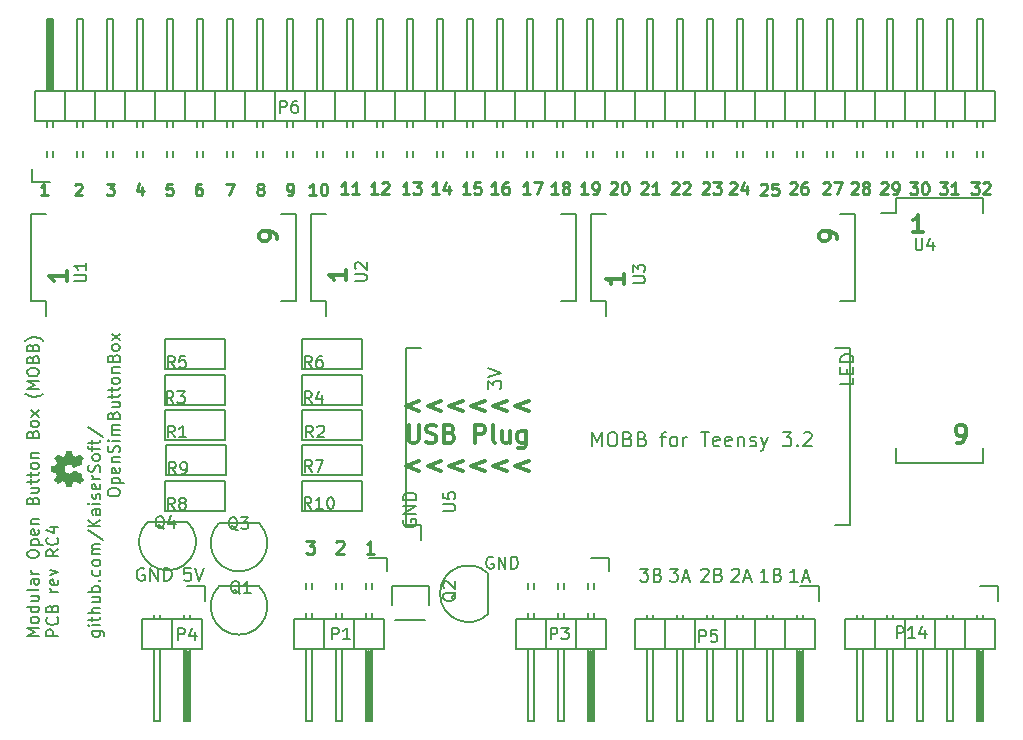
<source format=gto>
G04 #@! TF.FileFunction,Legend,Top*
%FSLAX46Y46*%
G04 Gerber Fmt 4.6, Leading zero omitted, Abs format (unit mm)*
G04 Created by KiCad (PCBNEW 4.0.4-stable) date 11/02/16 00:16:49*
%MOMM*%
%LPD*%
G01*
G04 APERTURE LIST*
%ADD10C,0.100000*%
%ADD11C,0.200000*%
%ADD12C,0.150000*%
%ADD13C,0.275000*%
%ADD14C,0.250000*%
%ADD15C,0.300000*%
%ADD16C,0.002540*%
G04 APERTURE END LIST*
D10*
D11*
X165792857Y-75492857D02*
X165792857Y-74292857D01*
X166192857Y-75150000D01*
X166592857Y-74292857D01*
X166592857Y-75492857D01*
X167392858Y-74292857D02*
X167621429Y-74292857D01*
X167735715Y-74350000D01*
X167850001Y-74464286D01*
X167907143Y-74692857D01*
X167907143Y-75092857D01*
X167850001Y-75321429D01*
X167735715Y-75435714D01*
X167621429Y-75492857D01*
X167392858Y-75492857D01*
X167278572Y-75435714D01*
X167164286Y-75321429D01*
X167107143Y-75092857D01*
X167107143Y-74692857D01*
X167164286Y-74464286D01*
X167278572Y-74350000D01*
X167392858Y-74292857D01*
X168821429Y-74864286D02*
X168992858Y-74921429D01*
X169050001Y-74978571D01*
X169107144Y-75092857D01*
X169107144Y-75264286D01*
X169050001Y-75378571D01*
X168992858Y-75435714D01*
X168878572Y-75492857D01*
X168421429Y-75492857D01*
X168421429Y-74292857D01*
X168821429Y-74292857D01*
X168935715Y-74350000D01*
X168992858Y-74407143D01*
X169050001Y-74521429D01*
X169050001Y-74635714D01*
X168992858Y-74750000D01*
X168935715Y-74807143D01*
X168821429Y-74864286D01*
X168421429Y-74864286D01*
X170021429Y-74864286D02*
X170192858Y-74921429D01*
X170250001Y-74978571D01*
X170307144Y-75092857D01*
X170307144Y-75264286D01*
X170250001Y-75378571D01*
X170192858Y-75435714D01*
X170078572Y-75492857D01*
X169621429Y-75492857D01*
X169621429Y-74292857D01*
X170021429Y-74292857D01*
X170135715Y-74350000D01*
X170192858Y-74407143D01*
X170250001Y-74521429D01*
X170250001Y-74635714D01*
X170192858Y-74750000D01*
X170135715Y-74807143D01*
X170021429Y-74864286D01*
X169621429Y-74864286D01*
X171564287Y-74692857D02*
X172021430Y-74692857D01*
X171735715Y-75492857D02*
X171735715Y-74464286D01*
X171792858Y-74350000D01*
X171907144Y-74292857D01*
X172021430Y-74292857D01*
X172592858Y-75492857D02*
X172478572Y-75435714D01*
X172421429Y-75378571D01*
X172364286Y-75264286D01*
X172364286Y-74921429D01*
X172421429Y-74807143D01*
X172478572Y-74750000D01*
X172592858Y-74692857D01*
X172764286Y-74692857D01*
X172878572Y-74750000D01*
X172935715Y-74807143D01*
X172992858Y-74921429D01*
X172992858Y-75264286D01*
X172935715Y-75378571D01*
X172878572Y-75435714D01*
X172764286Y-75492857D01*
X172592858Y-75492857D01*
X173507143Y-75492857D02*
X173507143Y-74692857D01*
X173507143Y-74921429D02*
X173564286Y-74807143D01*
X173621429Y-74750000D01*
X173735715Y-74692857D01*
X173850000Y-74692857D01*
X174992858Y-74292857D02*
X175678572Y-74292857D01*
X175335715Y-75492857D02*
X175335715Y-74292857D01*
X176535715Y-75435714D02*
X176421429Y-75492857D01*
X176192858Y-75492857D01*
X176078572Y-75435714D01*
X176021429Y-75321429D01*
X176021429Y-74864286D01*
X176078572Y-74750000D01*
X176192858Y-74692857D01*
X176421429Y-74692857D01*
X176535715Y-74750000D01*
X176592858Y-74864286D01*
X176592858Y-74978571D01*
X176021429Y-75092857D01*
X177564286Y-75435714D02*
X177450000Y-75492857D01*
X177221429Y-75492857D01*
X177107143Y-75435714D01*
X177050000Y-75321429D01*
X177050000Y-74864286D01*
X177107143Y-74750000D01*
X177221429Y-74692857D01*
X177450000Y-74692857D01*
X177564286Y-74750000D01*
X177621429Y-74864286D01*
X177621429Y-74978571D01*
X177050000Y-75092857D01*
X178135714Y-74692857D02*
X178135714Y-75492857D01*
X178135714Y-74807143D02*
X178192857Y-74750000D01*
X178307143Y-74692857D01*
X178478571Y-74692857D01*
X178592857Y-74750000D01*
X178650000Y-74864286D01*
X178650000Y-75492857D01*
X179164285Y-75435714D02*
X179278571Y-75492857D01*
X179507143Y-75492857D01*
X179621428Y-75435714D01*
X179678571Y-75321429D01*
X179678571Y-75264286D01*
X179621428Y-75150000D01*
X179507143Y-75092857D01*
X179335714Y-75092857D01*
X179221428Y-75035714D01*
X179164285Y-74921429D01*
X179164285Y-74864286D01*
X179221428Y-74750000D01*
X179335714Y-74692857D01*
X179507143Y-74692857D01*
X179621428Y-74750000D01*
X180078572Y-74692857D02*
X180364286Y-75492857D01*
X180650000Y-74692857D02*
X180364286Y-75492857D01*
X180250000Y-75778571D01*
X180192857Y-75835714D01*
X180078572Y-75892857D01*
X181907144Y-74292857D02*
X182650001Y-74292857D01*
X182250001Y-74750000D01*
X182421429Y-74750000D01*
X182535715Y-74807143D01*
X182592858Y-74864286D01*
X182650001Y-74978571D01*
X182650001Y-75264286D01*
X182592858Y-75378571D01*
X182535715Y-75435714D01*
X182421429Y-75492857D01*
X182078572Y-75492857D01*
X181964286Y-75435714D01*
X181907144Y-75378571D01*
X183164286Y-75378571D02*
X183221429Y-75435714D01*
X183164286Y-75492857D01*
X183107143Y-75435714D01*
X183164286Y-75378571D01*
X183164286Y-75492857D01*
X183678572Y-74407143D02*
X183735715Y-74350000D01*
X183850001Y-74292857D01*
X184135715Y-74292857D01*
X184250001Y-74350000D01*
X184307144Y-74407143D01*
X184364287Y-74521429D01*
X184364287Y-74635714D01*
X184307144Y-74807143D01*
X183621430Y-75492857D01*
X184364287Y-75492857D01*
X169833334Y-85847619D02*
X170514286Y-85847619D01*
X170147620Y-86266667D01*
X170304762Y-86266667D01*
X170409524Y-86319048D01*
X170461905Y-86371429D01*
X170514286Y-86476190D01*
X170514286Y-86738095D01*
X170461905Y-86842857D01*
X170409524Y-86895238D01*
X170304762Y-86947619D01*
X169990477Y-86947619D01*
X169885715Y-86895238D01*
X169833334Y-86842857D01*
X171352381Y-86371429D02*
X171509524Y-86423810D01*
X171561905Y-86476190D01*
X171614286Y-86580952D01*
X171614286Y-86738095D01*
X171561905Y-86842857D01*
X171509524Y-86895238D01*
X171404762Y-86947619D01*
X170985715Y-86947619D01*
X170985715Y-85847619D01*
X171352381Y-85847619D01*
X171457143Y-85900000D01*
X171509524Y-85952381D01*
X171561905Y-86057143D01*
X171561905Y-86161905D01*
X171509524Y-86266667D01*
X171457143Y-86319048D01*
X171352381Y-86371429D01*
X170985715Y-86371429D01*
X172361905Y-85847619D02*
X173042857Y-85847619D01*
X172676191Y-86266667D01*
X172833333Y-86266667D01*
X172938095Y-86319048D01*
X172990476Y-86371429D01*
X173042857Y-86476190D01*
X173042857Y-86738095D01*
X172990476Y-86842857D01*
X172938095Y-86895238D01*
X172833333Y-86947619D01*
X172519048Y-86947619D01*
X172414286Y-86895238D01*
X172361905Y-86842857D01*
X173461905Y-86633333D02*
X173985714Y-86633333D01*
X173357143Y-86947619D02*
X173723810Y-85847619D01*
X174090476Y-86947619D01*
X175035715Y-85952381D02*
X175088096Y-85900000D01*
X175192858Y-85847619D01*
X175454762Y-85847619D01*
X175559524Y-85900000D01*
X175611905Y-85952381D01*
X175664286Y-86057143D01*
X175664286Y-86161905D01*
X175611905Y-86319048D01*
X174983334Y-86947619D01*
X175664286Y-86947619D01*
X176502381Y-86371429D02*
X176659524Y-86423810D01*
X176711905Y-86476190D01*
X176764286Y-86580952D01*
X176764286Y-86738095D01*
X176711905Y-86842857D01*
X176659524Y-86895238D01*
X176554762Y-86947619D01*
X176135715Y-86947619D01*
X176135715Y-85847619D01*
X176502381Y-85847619D01*
X176607143Y-85900000D01*
X176659524Y-85952381D01*
X176711905Y-86057143D01*
X176711905Y-86161905D01*
X176659524Y-86266667D01*
X176607143Y-86319048D01*
X176502381Y-86371429D01*
X176135715Y-86371429D01*
X177614286Y-85952381D02*
X177666667Y-85900000D01*
X177771429Y-85847619D01*
X178033333Y-85847619D01*
X178138095Y-85900000D01*
X178190476Y-85952381D01*
X178242857Y-86057143D01*
X178242857Y-86161905D01*
X178190476Y-86319048D01*
X177561905Y-86947619D01*
X178242857Y-86947619D01*
X178661905Y-86633333D02*
X179185714Y-86633333D01*
X178557143Y-86947619D02*
X178923810Y-85847619D01*
X179290476Y-86947619D01*
X180664286Y-86947619D02*
X180035715Y-86947619D01*
X180350001Y-86947619D02*
X180350001Y-85847619D01*
X180245239Y-86004762D01*
X180140477Y-86109524D01*
X180035715Y-86161905D01*
X181502381Y-86371429D02*
X181659524Y-86423810D01*
X181711905Y-86476190D01*
X181764286Y-86580952D01*
X181764286Y-86738095D01*
X181711905Y-86842857D01*
X181659524Y-86895238D01*
X181554762Y-86947619D01*
X181135715Y-86947619D01*
X181135715Y-85847619D01*
X181502381Y-85847619D01*
X181607143Y-85900000D01*
X181659524Y-85952381D01*
X181711905Y-86057143D01*
X181711905Y-86161905D01*
X181659524Y-86266667D01*
X181607143Y-86319048D01*
X181502381Y-86371429D01*
X181135715Y-86371429D01*
X183192857Y-86947619D02*
X182564286Y-86947619D01*
X182878572Y-86947619D02*
X182878572Y-85847619D01*
X182773810Y-86004762D01*
X182669048Y-86109524D01*
X182564286Y-86161905D01*
X183611905Y-86633333D02*
X184135714Y-86633333D01*
X183507143Y-86947619D02*
X183873810Y-85847619D01*
X184240476Y-86947619D01*
D12*
X157388096Y-84900000D02*
X157292858Y-84852381D01*
X157150001Y-84852381D01*
X157007143Y-84900000D01*
X156911905Y-84995238D01*
X156864286Y-85090476D01*
X156816667Y-85280952D01*
X156816667Y-85423810D01*
X156864286Y-85614286D01*
X156911905Y-85709524D01*
X157007143Y-85804762D01*
X157150001Y-85852381D01*
X157245239Y-85852381D01*
X157388096Y-85804762D01*
X157435715Y-85757143D01*
X157435715Y-85423810D01*
X157245239Y-85423810D01*
X157864286Y-85852381D02*
X157864286Y-84852381D01*
X158435715Y-85852381D01*
X158435715Y-84852381D01*
X158911905Y-85852381D02*
X158911905Y-84852381D01*
X159150000Y-84852381D01*
X159292858Y-84900000D01*
X159388096Y-84995238D01*
X159435715Y-85090476D01*
X159483334Y-85280952D01*
X159483334Y-85423810D01*
X159435715Y-85614286D01*
X159388096Y-85709524D01*
X159292858Y-85804762D01*
X159150000Y-85852381D01*
X158911905Y-85852381D01*
D13*
X141583334Y-83497619D02*
X142264286Y-83497619D01*
X141897620Y-83916667D01*
X142054762Y-83916667D01*
X142159524Y-83969048D01*
X142211905Y-84021429D01*
X142264286Y-84126190D01*
X142264286Y-84388095D01*
X142211905Y-84492857D01*
X142159524Y-84545238D01*
X142054762Y-84597619D01*
X141740477Y-84597619D01*
X141635715Y-84545238D01*
X141583334Y-84492857D01*
X144135715Y-83602381D02*
X144188096Y-83550000D01*
X144292858Y-83497619D01*
X144554762Y-83497619D01*
X144659524Y-83550000D01*
X144711905Y-83602381D01*
X144764286Y-83707143D01*
X144764286Y-83811905D01*
X144711905Y-83969048D01*
X144083334Y-84597619D01*
X144764286Y-84597619D01*
X147314286Y-84597619D02*
X146685715Y-84597619D01*
X147000001Y-84597619D02*
X147000001Y-83497619D01*
X146895239Y-83654762D01*
X146790477Y-83759524D01*
X146685715Y-83811905D01*
D11*
X127861905Y-85850000D02*
X127757143Y-85797619D01*
X127600000Y-85797619D01*
X127442858Y-85850000D01*
X127338096Y-85954762D01*
X127285715Y-86059524D01*
X127233334Y-86269048D01*
X127233334Y-86426190D01*
X127285715Y-86635714D01*
X127338096Y-86740476D01*
X127442858Y-86845238D01*
X127600000Y-86897619D01*
X127704762Y-86897619D01*
X127861905Y-86845238D01*
X127914286Y-86792857D01*
X127914286Y-86426190D01*
X127704762Y-86426190D01*
X128385715Y-86897619D02*
X128385715Y-85797619D01*
X129014286Y-86897619D01*
X129014286Y-85797619D01*
X129538096Y-86897619D02*
X129538096Y-85797619D01*
X129800001Y-85797619D01*
X129957143Y-85850000D01*
X130061905Y-85954762D01*
X130114286Y-86059524D01*
X130166667Y-86269048D01*
X130166667Y-86426190D01*
X130114286Y-86635714D01*
X130061905Y-86740476D01*
X129957143Y-86845238D01*
X129800001Y-86897619D01*
X129538096Y-86897619D01*
X131790476Y-85797619D02*
X131266667Y-85797619D01*
X131214286Y-86321429D01*
X131266667Y-86269048D01*
X131371429Y-86216667D01*
X131633333Y-86216667D01*
X131738095Y-86269048D01*
X131790476Y-86321429D01*
X131842857Y-86426190D01*
X131842857Y-86688095D01*
X131790476Y-86792857D01*
X131738095Y-86845238D01*
X131633333Y-86897619D01*
X131371429Y-86897619D01*
X131266667Y-86845238D01*
X131214286Y-86792857D01*
X132157143Y-85797619D02*
X132523810Y-86897619D01*
X132890476Y-85797619D01*
D14*
X197890476Y-53152381D02*
X198509524Y-53152381D01*
X198176190Y-53533333D01*
X198319048Y-53533333D01*
X198414286Y-53580952D01*
X198461905Y-53628571D01*
X198509524Y-53723810D01*
X198509524Y-53961905D01*
X198461905Y-54057143D01*
X198414286Y-54104762D01*
X198319048Y-54152381D01*
X198033333Y-54152381D01*
X197938095Y-54104762D01*
X197890476Y-54057143D01*
X198890476Y-53247619D02*
X198938095Y-53200000D01*
X199033333Y-53152381D01*
X199271429Y-53152381D01*
X199366667Y-53200000D01*
X199414286Y-53247619D01*
X199461905Y-53342857D01*
X199461905Y-53438095D01*
X199414286Y-53580952D01*
X198842857Y-54152381D01*
X199461905Y-54152381D01*
X195190476Y-53152381D02*
X195809524Y-53152381D01*
X195476190Y-53533333D01*
X195619048Y-53533333D01*
X195714286Y-53580952D01*
X195761905Y-53628571D01*
X195809524Y-53723810D01*
X195809524Y-53961905D01*
X195761905Y-54057143D01*
X195714286Y-54104762D01*
X195619048Y-54152381D01*
X195333333Y-54152381D01*
X195238095Y-54104762D01*
X195190476Y-54057143D01*
X196761905Y-54152381D02*
X196190476Y-54152381D01*
X196476190Y-54152381D02*
X196476190Y-53152381D01*
X196380952Y-53295238D01*
X196285714Y-53390476D01*
X196190476Y-53438095D01*
X192690476Y-53152381D02*
X193309524Y-53152381D01*
X192976190Y-53533333D01*
X193119048Y-53533333D01*
X193214286Y-53580952D01*
X193261905Y-53628571D01*
X193309524Y-53723810D01*
X193309524Y-53961905D01*
X193261905Y-54057143D01*
X193214286Y-54104762D01*
X193119048Y-54152381D01*
X192833333Y-54152381D01*
X192738095Y-54104762D01*
X192690476Y-54057143D01*
X193928571Y-53152381D02*
X194023810Y-53152381D01*
X194119048Y-53200000D01*
X194166667Y-53247619D01*
X194214286Y-53342857D01*
X194261905Y-53533333D01*
X194261905Y-53771429D01*
X194214286Y-53961905D01*
X194166667Y-54057143D01*
X194119048Y-54104762D01*
X194023810Y-54152381D01*
X193928571Y-54152381D01*
X193833333Y-54104762D01*
X193785714Y-54057143D01*
X193738095Y-53961905D01*
X193690476Y-53771429D01*
X193690476Y-53533333D01*
X193738095Y-53342857D01*
X193785714Y-53247619D01*
X193833333Y-53200000D01*
X193928571Y-53152381D01*
X190238095Y-53247619D02*
X190285714Y-53200000D01*
X190380952Y-53152381D01*
X190619048Y-53152381D01*
X190714286Y-53200000D01*
X190761905Y-53247619D01*
X190809524Y-53342857D01*
X190809524Y-53438095D01*
X190761905Y-53580952D01*
X190190476Y-54152381D01*
X190809524Y-54152381D01*
X191285714Y-54152381D02*
X191476190Y-54152381D01*
X191571429Y-54104762D01*
X191619048Y-54057143D01*
X191714286Y-53914286D01*
X191761905Y-53723810D01*
X191761905Y-53342857D01*
X191714286Y-53247619D01*
X191666667Y-53200000D01*
X191571429Y-53152381D01*
X191380952Y-53152381D01*
X191285714Y-53200000D01*
X191238095Y-53247619D01*
X191190476Y-53342857D01*
X191190476Y-53580952D01*
X191238095Y-53676190D01*
X191285714Y-53723810D01*
X191380952Y-53771429D01*
X191571429Y-53771429D01*
X191666667Y-53723810D01*
X191714286Y-53676190D01*
X191761905Y-53580952D01*
X187738095Y-53247619D02*
X187785714Y-53200000D01*
X187880952Y-53152381D01*
X188119048Y-53152381D01*
X188214286Y-53200000D01*
X188261905Y-53247619D01*
X188309524Y-53342857D01*
X188309524Y-53438095D01*
X188261905Y-53580952D01*
X187690476Y-54152381D01*
X188309524Y-54152381D01*
X188880952Y-53580952D02*
X188785714Y-53533333D01*
X188738095Y-53485714D01*
X188690476Y-53390476D01*
X188690476Y-53342857D01*
X188738095Y-53247619D01*
X188785714Y-53200000D01*
X188880952Y-53152381D01*
X189071429Y-53152381D01*
X189166667Y-53200000D01*
X189214286Y-53247619D01*
X189261905Y-53342857D01*
X189261905Y-53390476D01*
X189214286Y-53485714D01*
X189166667Y-53533333D01*
X189071429Y-53580952D01*
X188880952Y-53580952D01*
X188785714Y-53628571D01*
X188738095Y-53676190D01*
X188690476Y-53771429D01*
X188690476Y-53961905D01*
X188738095Y-54057143D01*
X188785714Y-54104762D01*
X188880952Y-54152381D01*
X189071429Y-54152381D01*
X189166667Y-54104762D01*
X189214286Y-54057143D01*
X189261905Y-53961905D01*
X189261905Y-53771429D01*
X189214286Y-53676190D01*
X189166667Y-53628571D01*
X189071429Y-53580952D01*
X185338095Y-53247619D02*
X185385714Y-53200000D01*
X185480952Y-53152381D01*
X185719048Y-53152381D01*
X185814286Y-53200000D01*
X185861905Y-53247619D01*
X185909524Y-53342857D01*
X185909524Y-53438095D01*
X185861905Y-53580952D01*
X185290476Y-54152381D01*
X185909524Y-54152381D01*
X186242857Y-53152381D02*
X186909524Y-53152381D01*
X186480952Y-54152381D01*
X182538095Y-53247619D02*
X182585714Y-53200000D01*
X182680952Y-53152381D01*
X182919048Y-53152381D01*
X183014286Y-53200000D01*
X183061905Y-53247619D01*
X183109524Y-53342857D01*
X183109524Y-53438095D01*
X183061905Y-53580952D01*
X182490476Y-54152381D01*
X183109524Y-54152381D01*
X183966667Y-53152381D02*
X183776190Y-53152381D01*
X183680952Y-53200000D01*
X183633333Y-53247619D01*
X183538095Y-53390476D01*
X183490476Y-53580952D01*
X183490476Y-53961905D01*
X183538095Y-54057143D01*
X183585714Y-54104762D01*
X183680952Y-54152381D01*
X183871429Y-54152381D01*
X183966667Y-54104762D01*
X184014286Y-54057143D01*
X184061905Y-53961905D01*
X184061905Y-53723810D01*
X184014286Y-53628571D01*
X183966667Y-53580952D01*
X183871429Y-53533333D01*
X183680952Y-53533333D01*
X183585714Y-53580952D01*
X183538095Y-53628571D01*
X183490476Y-53723810D01*
X180038095Y-53347619D02*
X180085714Y-53300000D01*
X180180952Y-53252381D01*
X180419048Y-53252381D01*
X180514286Y-53300000D01*
X180561905Y-53347619D01*
X180609524Y-53442857D01*
X180609524Y-53538095D01*
X180561905Y-53680952D01*
X179990476Y-54252381D01*
X180609524Y-54252381D01*
X181514286Y-53252381D02*
X181038095Y-53252381D01*
X180990476Y-53728571D01*
X181038095Y-53680952D01*
X181133333Y-53633333D01*
X181371429Y-53633333D01*
X181466667Y-53680952D01*
X181514286Y-53728571D01*
X181561905Y-53823810D01*
X181561905Y-54061905D01*
X181514286Y-54157143D01*
X181466667Y-54204762D01*
X181371429Y-54252381D01*
X181133333Y-54252381D01*
X181038095Y-54204762D01*
X180990476Y-54157143D01*
X177438095Y-53247619D02*
X177485714Y-53200000D01*
X177580952Y-53152381D01*
X177819048Y-53152381D01*
X177914286Y-53200000D01*
X177961905Y-53247619D01*
X178009524Y-53342857D01*
X178009524Y-53438095D01*
X177961905Y-53580952D01*
X177390476Y-54152381D01*
X178009524Y-54152381D01*
X178866667Y-53485714D02*
X178866667Y-54152381D01*
X178628571Y-53104762D02*
X178390476Y-53819048D01*
X179009524Y-53819048D01*
X175138095Y-53247619D02*
X175185714Y-53200000D01*
X175280952Y-53152381D01*
X175519048Y-53152381D01*
X175614286Y-53200000D01*
X175661905Y-53247619D01*
X175709524Y-53342857D01*
X175709524Y-53438095D01*
X175661905Y-53580952D01*
X175090476Y-54152381D01*
X175709524Y-54152381D01*
X176042857Y-53152381D02*
X176661905Y-53152381D01*
X176328571Y-53533333D01*
X176471429Y-53533333D01*
X176566667Y-53580952D01*
X176614286Y-53628571D01*
X176661905Y-53723810D01*
X176661905Y-53961905D01*
X176614286Y-54057143D01*
X176566667Y-54104762D01*
X176471429Y-54152381D01*
X176185714Y-54152381D01*
X176090476Y-54104762D01*
X176042857Y-54057143D01*
X172538095Y-53247619D02*
X172585714Y-53200000D01*
X172680952Y-53152381D01*
X172919048Y-53152381D01*
X173014286Y-53200000D01*
X173061905Y-53247619D01*
X173109524Y-53342857D01*
X173109524Y-53438095D01*
X173061905Y-53580952D01*
X172490476Y-54152381D01*
X173109524Y-54152381D01*
X173490476Y-53247619D02*
X173538095Y-53200000D01*
X173633333Y-53152381D01*
X173871429Y-53152381D01*
X173966667Y-53200000D01*
X174014286Y-53247619D01*
X174061905Y-53342857D01*
X174061905Y-53438095D01*
X174014286Y-53580952D01*
X173442857Y-54152381D01*
X174061905Y-54152381D01*
X169938095Y-53247619D02*
X169985714Y-53200000D01*
X170080952Y-53152381D01*
X170319048Y-53152381D01*
X170414286Y-53200000D01*
X170461905Y-53247619D01*
X170509524Y-53342857D01*
X170509524Y-53438095D01*
X170461905Y-53580952D01*
X169890476Y-54152381D01*
X170509524Y-54152381D01*
X171461905Y-54152381D02*
X170890476Y-54152381D01*
X171176190Y-54152381D02*
X171176190Y-53152381D01*
X171080952Y-53295238D01*
X170985714Y-53390476D01*
X170890476Y-53438095D01*
X167338095Y-53247619D02*
X167385714Y-53200000D01*
X167480952Y-53152381D01*
X167719048Y-53152381D01*
X167814286Y-53200000D01*
X167861905Y-53247619D01*
X167909524Y-53342857D01*
X167909524Y-53438095D01*
X167861905Y-53580952D01*
X167290476Y-54152381D01*
X167909524Y-54152381D01*
X168528571Y-53152381D02*
X168623810Y-53152381D01*
X168719048Y-53200000D01*
X168766667Y-53247619D01*
X168814286Y-53342857D01*
X168861905Y-53533333D01*
X168861905Y-53771429D01*
X168814286Y-53961905D01*
X168766667Y-54057143D01*
X168719048Y-54104762D01*
X168623810Y-54152381D01*
X168528571Y-54152381D01*
X168433333Y-54104762D01*
X168385714Y-54057143D01*
X168338095Y-53961905D01*
X168290476Y-53771429D01*
X168290476Y-53533333D01*
X168338095Y-53342857D01*
X168385714Y-53247619D01*
X168433333Y-53200000D01*
X168528571Y-53152381D01*
X165409524Y-54152381D02*
X164838095Y-54152381D01*
X165123809Y-54152381D02*
X165123809Y-53152381D01*
X165028571Y-53295238D01*
X164933333Y-53390476D01*
X164838095Y-53438095D01*
X165885714Y-54152381D02*
X166076190Y-54152381D01*
X166171429Y-54104762D01*
X166219048Y-54057143D01*
X166314286Y-53914286D01*
X166361905Y-53723810D01*
X166361905Y-53342857D01*
X166314286Y-53247619D01*
X166266667Y-53200000D01*
X166171429Y-53152381D01*
X165980952Y-53152381D01*
X165885714Y-53200000D01*
X165838095Y-53247619D01*
X165790476Y-53342857D01*
X165790476Y-53580952D01*
X165838095Y-53676190D01*
X165885714Y-53723810D01*
X165980952Y-53771429D01*
X166171429Y-53771429D01*
X166266667Y-53723810D01*
X166314286Y-53676190D01*
X166361905Y-53580952D01*
X162909524Y-54152381D02*
X162338095Y-54152381D01*
X162623809Y-54152381D02*
X162623809Y-53152381D01*
X162528571Y-53295238D01*
X162433333Y-53390476D01*
X162338095Y-53438095D01*
X163480952Y-53580952D02*
X163385714Y-53533333D01*
X163338095Y-53485714D01*
X163290476Y-53390476D01*
X163290476Y-53342857D01*
X163338095Y-53247619D01*
X163385714Y-53200000D01*
X163480952Y-53152381D01*
X163671429Y-53152381D01*
X163766667Y-53200000D01*
X163814286Y-53247619D01*
X163861905Y-53342857D01*
X163861905Y-53390476D01*
X163814286Y-53485714D01*
X163766667Y-53533333D01*
X163671429Y-53580952D01*
X163480952Y-53580952D01*
X163385714Y-53628571D01*
X163338095Y-53676190D01*
X163290476Y-53771429D01*
X163290476Y-53961905D01*
X163338095Y-54057143D01*
X163385714Y-54104762D01*
X163480952Y-54152381D01*
X163671429Y-54152381D01*
X163766667Y-54104762D01*
X163814286Y-54057143D01*
X163861905Y-53961905D01*
X163861905Y-53771429D01*
X163814286Y-53676190D01*
X163766667Y-53628571D01*
X163671429Y-53580952D01*
X160509524Y-54152381D02*
X159938095Y-54152381D01*
X160223809Y-54152381D02*
X160223809Y-53152381D01*
X160128571Y-53295238D01*
X160033333Y-53390476D01*
X159938095Y-53438095D01*
X160842857Y-53152381D02*
X161509524Y-53152381D01*
X161080952Y-54152381D01*
X157809524Y-54152381D02*
X157238095Y-54152381D01*
X157523809Y-54152381D02*
X157523809Y-53152381D01*
X157428571Y-53295238D01*
X157333333Y-53390476D01*
X157238095Y-53438095D01*
X158666667Y-53152381D02*
X158476190Y-53152381D01*
X158380952Y-53200000D01*
X158333333Y-53247619D01*
X158238095Y-53390476D01*
X158190476Y-53580952D01*
X158190476Y-53961905D01*
X158238095Y-54057143D01*
X158285714Y-54104762D01*
X158380952Y-54152381D01*
X158571429Y-54152381D01*
X158666667Y-54104762D01*
X158714286Y-54057143D01*
X158761905Y-53961905D01*
X158761905Y-53723810D01*
X158714286Y-53628571D01*
X158666667Y-53580952D01*
X158571429Y-53533333D01*
X158380952Y-53533333D01*
X158285714Y-53580952D01*
X158238095Y-53628571D01*
X158190476Y-53723810D01*
X155409524Y-54152381D02*
X154838095Y-54152381D01*
X155123809Y-54152381D02*
X155123809Y-53152381D01*
X155028571Y-53295238D01*
X154933333Y-53390476D01*
X154838095Y-53438095D01*
X156314286Y-53152381D02*
X155838095Y-53152381D01*
X155790476Y-53628571D01*
X155838095Y-53580952D01*
X155933333Y-53533333D01*
X156171429Y-53533333D01*
X156266667Y-53580952D01*
X156314286Y-53628571D01*
X156361905Y-53723810D01*
X156361905Y-53961905D01*
X156314286Y-54057143D01*
X156266667Y-54104762D01*
X156171429Y-54152381D01*
X155933333Y-54152381D01*
X155838095Y-54104762D01*
X155790476Y-54057143D01*
X152809524Y-54152381D02*
X152238095Y-54152381D01*
X152523809Y-54152381D02*
X152523809Y-53152381D01*
X152428571Y-53295238D01*
X152333333Y-53390476D01*
X152238095Y-53438095D01*
X153666667Y-53485714D02*
X153666667Y-54152381D01*
X153428571Y-53104762D02*
X153190476Y-53819048D01*
X153809524Y-53819048D01*
X150309524Y-54152381D02*
X149738095Y-54152381D01*
X150023809Y-54152381D02*
X150023809Y-53152381D01*
X149928571Y-53295238D01*
X149833333Y-53390476D01*
X149738095Y-53438095D01*
X150642857Y-53152381D02*
X151261905Y-53152381D01*
X150928571Y-53533333D01*
X151071429Y-53533333D01*
X151166667Y-53580952D01*
X151214286Y-53628571D01*
X151261905Y-53723810D01*
X151261905Y-53961905D01*
X151214286Y-54057143D01*
X151166667Y-54104762D01*
X151071429Y-54152381D01*
X150785714Y-54152381D01*
X150690476Y-54104762D01*
X150642857Y-54057143D01*
X147609524Y-54152381D02*
X147038095Y-54152381D01*
X147323809Y-54152381D02*
X147323809Y-53152381D01*
X147228571Y-53295238D01*
X147133333Y-53390476D01*
X147038095Y-53438095D01*
X147990476Y-53247619D02*
X148038095Y-53200000D01*
X148133333Y-53152381D01*
X148371429Y-53152381D01*
X148466667Y-53200000D01*
X148514286Y-53247619D01*
X148561905Y-53342857D01*
X148561905Y-53438095D01*
X148514286Y-53580952D01*
X147942857Y-54152381D01*
X148561905Y-54152381D01*
X145109524Y-54152381D02*
X144538095Y-54152381D01*
X144823809Y-54152381D02*
X144823809Y-53152381D01*
X144728571Y-53295238D01*
X144633333Y-53390476D01*
X144538095Y-53438095D01*
X146061905Y-54152381D02*
X145490476Y-54152381D01*
X145776190Y-54152381D02*
X145776190Y-53152381D01*
X145680952Y-53295238D01*
X145585714Y-53390476D01*
X145490476Y-53438095D01*
X142409524Y-54252381D02*
X141838095Y-54252381D01*
X142123809Y-54252381D02*
X142123809Y-53252381D01*
X142028571Y-53395238D01*
X141933333Y-53490476D01*
X141838095Y-53538095D01*
X143028571Y-53252381D02*
X143123810Y-53252381D01*
X143219048Y-53300000D01*
X143266667Y-53347619D01*
X143314286Y-53442857D01*
X143361905Y-53633333D01*
X143361905Y-53871429D01*
X143314286Y-54061905D01*
X143266667Y-54157143D01*
X143219048Y-54204762D01*
X143123810Y-54252381D01*
X143028571Y-54252381D01*
X142933333Y-54204762D01*
X142885714Y-54157143D01*
X142838095Y-54061905D01*
X142790476Y-53871429D01*
X142790476Y-53633333D01*
X142838095Y-53442857D01*
X142885714Y-53347619D01*
X142933333Y-53300000D01*
X143028571Y-53252381D01*
X140009524Y-54252381D02*
X140200000Y-54252381D01*
X140295239Y-54204762D01*
X140342858Y-54157143D01*
X140438096Y-54014286D01*
X140485715Y-53823810D01*
X140485715Y-53442857D01*
X140438096Y-53347619D01*
X140390477Y-53300000D01*
X140295239Y-53252381D01*
X140104762Y-53252381D01*
X140009524Y-53300000D01*
X139961905Y-53347619D01*
X139914286Y-53442857D01*
X139914286Y-53680952D01*
X139961905Y-53776190D01*
X140009524Y-53823810D01*
X140104762Y-53871429D01*
X140295239Y-53871429D01*
X140390477Y-53823810D01*
X140438096Y-53776190D01*
X140485715Y-53680952D01*
X137604762Y-53680952D02*
X137509524Y-53633333D01*
X137461905Y-53585714D01*
X137414286Y-53490476D01*
X137414286Y-53442857D01*
X137461905Y-53347619D01*
X137509524Y-53300000D01*
X137604762Y-53252381D01*
X137795239Y-53252381D01*
X137890477Y-53300000D01*
X137938096Y-53347619D01*
X137985715Y-53442857D01*
X137985715Y-53490476D01*
X137938096Y-53585714D01*
X137890477Y-53633333D01*
X137795239Y-53680952D01*
X137604762Y-53680952D01*
X137509524Y-53728571D01*
X137461905Y-53776190D01*
X137414286Y-53871429D01*
X137414286Y-54061905D01*
X137461905Y-54157143D01*
X137509524Y-54204762D01*
X137604762Y-54252381D01*
X137795239Y-54252381D01*
X137890477Y-54204762D01*
X137938096Y-54157143D01*
X137985715Y-54061905D01*
X137985715Y-53871429D01*
X137938096Y-53776190D01*
X137890477Y-53728571D01*
X137795239Y-53680952D01*
X134766667Y-53252381D02*
X135433334Y-53252381D01*
X135004762Y-54252381D01*
X132690477Y-53252381D02*
X132500000Y-53252381D01*
X132404762Y-53300000D01*
X132357143Y-53347619D01*
X132261905Y-53490476D01*
X132214286Y-53680952D01*
X132214286Y-54061905D01*
X132261905Y-54157143D01*
X132309524Y-54204762D01*
X132404762Y-54252381D01*
X132595239Y-54252381D01*
X132690477Y-54204762D01*
X132738096Y-54157143D01*
X132785715Y-54061905D01*
X132785715Y-53823810D01*
X132738096Y-53728571D01*
X132690477Y-53680952D01*
X132595239Y-53633333D01*
X132404762Y-53633333D01*
X132309524Y-53680952D01*
X132261905Y-53728571D01*
X132214286Y-53823810D01*
X130238096Y-53252381D02*
X129761905Y-53252381D01*
X129714286Y-53728571D01*
X129761905Y-53680952D01*
X129857143Y-53633333D01*
X130095239Y-53633333D01*
X130190477Y-53680952D01*
X130238096Y-53728571D01*
X130285715Y-53823810D01*
X130285715Y-54061905D01*
X130238096Y-54157143D01*
X130190477Y-54204762D01*
X130095239Y-54252381D01*
X129857143Y-54252381D01*
X129761905Y-54204762D01*
X129714286Y-54157143D01*
X127690477Y-53585714D02*
X127690477Y-54252381D01*
X127452381Y-53204762D02*
X127214286Y-53919048D01*
X127833334Y-53919048D01*
X124666667Y-53252381D02*
X125285715Y-53252381D01*
X124952381Y-53633333D01*
X125095239Y-53633333D01*
X125190477Y-53680952D01*
X125238096Y-53728571D01*
X125285715Y-53823810D01*
X125285715Y-54061905D01*
X125238096Y-54157143D01*
X125190477Y-54204762D01*
X125095239Y-54252381D01*
X124809524Y-54252381D01*
X124714286Y-54204762D01*
X124666667Y-54157143D01*
X122014286Y-53347619D02*
X122061905Y-53300000D01*
X122157143Y-53252381D01*
X122395239Y-53252381D01*
X122490477Y-53300000D01*
X122538096Y-53347619D01*
X122585715Y-53442857D01*
X122585715Y-53538095D01*
X122538096Y-53680952D01*
X121966667Y-54252381D01*
X122585715Y-54252381D01*
X119685715Y-54252381D02*
X119114286Y-54252381D01*
X119400000Y-54252381D02*
X119400000Y-53252381D01*
X119304762Y-53395238D01*
X119209524Y-53490476D01*
X119114286Y-53538095D01*
D15*
X196714286Y-75178571D02*
X197000001Y-75178571D01*
X197142858Y-75107143D01*
X197214286Y-75035714D01*
X197357144Y-74821429D01*
X197428572Y-74535714D01*
X197428572Y-73964286D01*
X197357144Y-73821429D01*
X197285715Y-73750000D01*
X197142858Y-73678571D01*
X196857144Y-73678571D01*
X196714286Y-73750000D01*
X196642858Y-73821429D01*
X196571429Y-73964286D01*
X196571429Y-74321429D01*
X196642858Y-74464286D01*
X196714286Y-74535714D01*
X196857144Y-74607143D01*
X197142858Y-74607143D01*
X197285715Y-74535714D01*
X197357144Y-74464286D01*
X197428572Y-74321429D01*
X193828572Y-57378571D02*
X192971429Y-57378571D01*
X193400001Y-57378571D02*
X193400001Y-55878571D01*
X193257144Y-56092857D01*
X193114286Y-56235714D01*
X192971429Y-56307143D01*
X186478571Y-57985714D02*
X186478571Y-57699999D01*
X186407143Y-57557142D01*
X186335714Y-57485714D01*
X186121429Y-57342856D01*
X185835714Y-57271428D01*
X185264286Y-57271428D01*
X185121429Y-57342856D01*
X185050000Y-57414285D01*
X184978571Y-57557142D01*
X184978571Y-57842856D01*
X185050000Y-57985714D01*
X185121429Y-58057142D01*
X185264286Y-58128571D01*
X185621429Y-58128571D01*
X185764286Y-58057142D01*
X185835714Y-57985714D01*
X185907143Y-57842856D01*
X185907143Y-57557142D01*
X185835714Y-57414285D01*
X185764286Y-57342856D01*
X185621429Y-57271428D01*
X168478571Y-60871428D02*
X168478571Y-61728571D01*
X168478571Y-61299999D02*
X166978571Y-61299999D01*
X167192857Y-61442856D01*
X167335714Y-61585714D01*
X167407143Y-61728571D01*
X144978571Y-60571428D02*
X144978571Y-61428571D01*
X144978571Y-60999999D02*
X143478571Y-60999999D01*
X143692857Y-61142856D01*
X143835714Y-61285714D01*
X143907143Y-61428571D01*
X139078571Y-57985714D02*
X139078571Y-57699999D01*
X139007143Y-57557142D01*
X138935714Y-57485714D01*
X138721429Y-57342856D01*
X138435714Y-57271428D01*
X137864286Y-57271428D01*
X137721429Y-57342856D01*
X137650000Y-57414285D01*
X137578571Y-57557142D01*
X137578571Y-57842856D01*
X137650000Y-57985714D01*
X137721429Y-58057142D01*
X137864286Y-58128571D01*
X138221429Y-58128571D01*
X138364286Y-58057142D01*
X138435714Y-57985714D01*
X138507143Y-57842856D01*
X138507143Y-57557142D01*
X138435714Y-57414285D01*
X138364286Y-57342856D01*
X138221429Y-57271428D01*
X121278571Y-60671428D02*
X121278571Y-61528571D01*
X121278571Y-61099999D02*
X119778571Y-61099999D01*
X119992857Y-61242856D01*
X120135714Y-61385714D01*
X120207143Y-61528571D01*
D11*
X187897619Y-69707143D02*
X187897619Y-70230952D01*
X186797619Y-70230952D01*
X187321429Y-69340476D02*
X187321429Y-68973810D01*
X187897619Y-68816667D02*
X187897619Y-69340476D01*
X186797619Y-69340476D01*
X186797619Y-68816667D01*
X187897619Y-68345238D02*
X186797619Y-68345238D01*
X186797619Y-68083333D01*
X186850000Y-67926191D01*
X186954762Y-67821429D01*
X187059524Y-67769048D01*
X187269048Y-67716667D01*
X187426190Y-67716667D01*
X187635714Y-67769048D01*
X187740476Y-67821429D01*
X187845238Y-67926191D01*
X187897619Y-68083333D01*
X187897619Y-68345238D01*
X156997619Y-70638095D02*
X156997619Y-69957143D01*
X157416667Y-70323809D01*
X157416667Y-70166667D01*
X157469048Y-70061905D01*
X157521429Y-70009524D01*
X157626190Y-69957143D01*
X157888095Y-69957143D01*
X157992857Y-70009524D01*
X158045238Y-70061905D01*
X158097619Y-70166667D01*
X158097619Y-70480952D01*
X158045238Y-70585714D01*
X157992857Y-70638095D01*
X156997619Y-69642857D02*
X158097619Y-69276190D01*
X156997619Y-68909524D01*
X149850000Y-81738095D02*
X149797619Y-81842857D01*
X149797619Y-82000000D01*
X149850000Y-82157142D01*
X149954762Y-82261904D01*
X150059524Y-82314285D01*
X150269048Y-82366666D01*
X150426190Y-82366666D01*
X150635714Y-82314285D01*
X150740476Y-82261904D01*
X150845238Y-82157142D01*
X150897619Y-82000000D01*
X150897619Y-81895238D01*
X150845238Y-81738095D01*
X150792857Y-81685714D01*
X150426190Y-81685714D01*
X150426190Y-81895238D01*
X150897619Y-81214285D02*
X149797619Y-81214285D01*
X150897619Y-80585714D01*
X149797619Y-80585714D01*
X150897619Y-80061904D02*
X149797619Y-80061904D01*
X149797619Y-79799999D01*
X149850000Y-79642857D01*
X149954762Y-79538095D01*
X150059524Y-79485714D01*
X150269048Y-79433333D01*
X150426190Y-79433333D01*
X150635714Y-79485714D01*
X150740476Y-79538095D01*
X150845238Y-79642857D01*
X150897619Y-79799999D01*
X150897619Y-80061904D01*
D15*
X151128571Y-71628571D02*
X149985714Y-72057143D01*
X151128571Y-72485714D01*
X152985714Y-71628571D02*
X151842857Y-72057143D01*
X152985714Y-72485714D01*
X154842857Y-71628571D02*
X153700000Y-72057143D01*
X154842857Y-72485714D01*
X156700000Y-71628571D02*
X155557143Y-72057143D01*
X156700000Y-72485714D01*
X158557143Y-71628571D02*
X157414286Y-72057143D01*
X158557143Y-72485714D01*
X160414286Y-71628571D02*
X159271429Y-72057143D01*
X160414286Y-72485714D01*
X150235715Y-73678571D02*
X150235715Y-74892857D01*
X150307143Y-75035714D01*
X150378572Y-75107143D01*
X150521429Y-75178571D01*
X150807143Y-75178571D01*
X150950001Y-75107143D01*
X151021429Y-75035714D01*
X151092858Y-74892857D01*
X151092858Y-73678571D01*
X151735715Y-75107143D02*
X151950001Y-75178571D01*
X152307144Y-75178571D01*
X152450001Y-75107143D01*
X152521430Y-75035714D01*
X152592858Y-74892857D01*
X152592858Y-74750000D01*
X152521430Y-74607143D01*
X152450001Y-74535714D01*
X152307144Y-74464286D01*
X152021430Y-74392857D01*
X151878572Y-74321429D01*
X151807144Y-74250000D01*
X151735715Y-74107143D01*
X151735715Y-73964286D01*
X151807144Y-73821429D01*
X151878572Y-73750000D01*
X152021430Y-73678571D01*
X152378572Y-73678571D01*
X152592858Y-73750000D01*
X153735715Y-74392857D02*
X153950001Y-74464286D01*
X154021429Y-74535714D01*
X154092858Y-74678571D01*
X154092858Y-74892857D01*
X154021429Y-75035714D01*
X153950001Y-75107143D01*
X153807143Y-75178571D01*
X153235715Y-75178571D01*
X153235715Y-73678571D01*
X153735715Y-73678571D01*
X153878572Y-73750000D01*
X153950001Y-73821429D01*
X154021429Y-73964286D01*
X154021429Y-74107143D01*
X153950001Y-74250000D01*
X153878572Y-74321429D01*
X153735715Y-74392857D01*
X153235715Y-74392857D01*
X155878572Y-75178571D02*
X155878572Y-73678571D01*
X156450000Y-73678571D01*
X156592858Y-73750000D01*
X156664286Y-73821429D01*
X156735715Y-73964286D01*
X156735715Y-74178571D01*
X156664286Y-74321429D01*
X156592858Y-74392857D01*
X156450000Y-74464286D01*
X155878572Y-74464286D01*
X157592858Y-75178571D02*
X157450000Y-75107143D01*
X157378572Y-74964286D01*
X157378572Y-73678571D01*
X158807143Y-74178571D02*
X158807143Y-75178571D01*
X158164286Y-74178571D02*
X158164286Y-74964286D01*
X158235714Y-75107143D01*
X158378572Y-75178571D01*
X158592857Y-75178571D01*
X158735714Y-75107143D01*
X158807143Y-75035714D01*
X160164286Y-74178571D02*
X160164286Y-75392857D01*
X160092857Y-75535714D01*
X160021429Y-75607143D01*
X159878572Y-75678571D01*
X159664286Y-75678571D01*
X159521429Y-75607143D01*
X160164286Y-75107143D02*
X160021429Y-75178571D01*
X159735715Y-75178571D01*
X159592857Y-75107143D01*
X159521429Y-75035714D01*
X159450000Y-74892857D01*
X159450000Y-74464286D01*
X159521429Y-74321429D01*
X159592857Y-74250000D01*
X159735715Y-74178571D01*
X160021429Y-74178571D01*
X160164286Y-74250000D01*
X151128571Y-76728571D02*
X149985714Y-77157143D01*
X151128571Y-77585714D01*
X152985714Y-76728571D02*
X151842857Y-77157143D01*
X152985714Y-77585714D01*
X154842857Y-76728571D02*
X153700000Y-77157143D01*
X154842857Y-77585714D01*
X156700000Y-76728571D02*
X155557143Y-77157143D01*
X156700000Y-77585714D01*
X158557143Y-76728571D02*
X157414286Y-77157143D01*
X158557143Y-77585714D01*
X160414286Y-76728571D02*
X159271429Y-77157143D01*
X160414286Y-77585714D01*
D12*
X123460714Y-91133333D02*
X124270238Y-91133333D01*
X124365476Y-91180952D01*
X124413095Y-91228571D01*
X124460714Y-91323810D01*
X124460714Y-91466667D01*
X124413095Y-91561905D01*
X124079762Y-91133333D02*
X124127381Y-91228571D01*
X124127381Y-91419048D01*
X124079762Y-91514286D01*
X124032143Y-91561905D01*
X123936905Y-91609524D01*
X123651190Y-91609524D01*
X123555952Y-91561905D01*
X123508333Y-91514286D01*
X123460714Y-91419048D01*
X123460714Y-91228571D01*
X123508333Y-91133333D01*
X124127381Y-90657143D02*
X123460714Y-90657143D01*
X123127381Y-90657143D02*
X123175000Y-90704762D01*
X123222619Y-90657143D01*
X123175000Y-90609524D01*
X123127381Y-90657143D01*
X123222619Y-90657143D01*
X123460714Y-90323810D02*
X123460714Y-89942858D01*
X123127381Y-90180953D02*
X123984524Y-90180953D01*
X124079762Y-90133334D01*
X124127381Y-90038096D01*
X124127381Y-89942858D01*
X124127381Y-89609524D02*
X123127381Y-89609524D01*
X124127381Y-89180952D02*
X123603571Y-89180952D01*
X123508333Y-89228571D01*
X123460714Y-89323809D01*
X123460714Y-89466667D01*
X123508333Y-89561905D01*
X123555952Y-89609524D01*
X123460714Y-88276190D02*
X124127381Y-88276190D01*
X123460714Y-88704762D02*
X123984524Y-88704762D01*
X124079762Y-88657143D01*
X124127381Y-88561905D01*
X124127381Y-88419047D01*
X124079762Y-88323809D01*
X124032143Y-88276190D01*
X124127381Y-87800000D02*
X123127381Y-87800000D01*
X123508333Y-87800000D02*
X123460714Y-87704762D01*
X123460714Y-87514285D01*
X123508333Y-87419047D01*
X123555952Y-87371428D01*
X123651190Y-87323809D01*
X123936905Y-87323809D01*
X124032143Y-87371428D01*
X124079762Y-87419047D01*
X124127381Y-87514285D01*
X124127381Y-87704762D01*
X124079762Y-87800000D01*
X124032143Y-86895238D02*
X124079762Y-86847619D01*
X124127381Y-86895238D01*
X124079762Y-86942857D01*
X124032143Y-86895238D01*
X124127381Y-86895238D01*
X124079762Y-85990476D02*
X124127381Y-86085714D01*
X124127381Y-86276191D01*
X124079762Y-86371429D01*
X124032143Y-86419048D01*
X123936905Y-86466667D01*
X123651190Y-86466667D01*
X123555952Y-86419048D01*
X123508333Y-86371429D01*
X123460714Y-86276191D01*
X123460714Y-86085714D01*
X123508333Y-85990476D01*
X124127381Y-85419048D02*
X124079762Y-85514286D01*
X124032143Y-85561905D01*
X123936905Y-85609524D01*
X123651190Y-85609524D01*
X123555952Y-85561905D01*
X123508333Y-85514286D01*
X123460714Y-85419048D01*
X123460714Y-85276190D01*
X123508333Y-85180952D01*
X123555952Y-85133333D01*
X123651190Y-85085714D01*
X123936905Y-85085714D01*
X124032143Y-85133333D01*
X124079762Y-85180952D01*
X124127381Y-85276190D01*
X124127381Y-85419048D01*
X124127381Y-84657143D02*
X123460714Y-84657143D01*
X123555952Y-84657143D02*
X123508333Y-84609524D01*
X123460714Y-84514286D01*
X123460714Y-84371428D01*
X123508333Y-84276190D01*
X123603571Y-84228571D01*
X124127381Y-84228571D01*
X123603571Y-84228571D02*
X123508333Y-84180952D01*
X123460714Y-84085714D01*
X123460714Y-83942857D01*
X123508333Y-83847619D01*
X123603571Y-83800000D01*
X124127381Y-83800000D01*
X123079762Y-82609524D02*
X124365476Y-83466667D01*
X124127381Y-82276191D02*
X123127381Y-82276191D01*
X124127381Y-81704762D02*
X123555952Y-82133334D01*
X123127381Y-81704762D02*
X123698810Y-82276191D01*
X124127381Y-80847619D02*
X123603571Y-80847619D01*
X123508333Y-80895238D01*
X123460714Y-80990476D01*
X123460714Y-81180953D01*
X123508333Y-81276191D01*
X124079762Y-80847619D02*
X124127381Y-80942857D01*
X124127381Y-81180953D01*
X124079762Y-81276191D01*
X123984524Y-81323810D01*
X123889286Y-81323810D01*
X123794048Y-81276191D01*
X123746429Y-81180953D01*
X123746429Y-80942857D01*
X123698810Y-80847619D01*
X124127381Y-80371429D02*
X123460714Y-80371429D01*
X123127381Y-80371429D02*
X123175000Y-80419048D01*
X123222619Y-80371429D01*
X123175000Y-80323810D01*
X123127381Y-80371429D01*
X123222619Y-80371429D01*
X124079762Y-79942858D02*
X124127381Y-79847620D01*
X124127381Y-79657144D01*
X124079762Y-79561905D01*
X123984524Y-79514286D01*
X123936905Y-79514286D01*
X123841667Y-79561905D01*
X123794048Y-79657144D01*
X123794048Y-79800001D01*
X123746429Y-79895239D01*
X123651190Y-79942858D01*
X123603571Y-79942858D01*
X123508333Y-79895239D01*
X123460714Y-79800001D01*
X123460714Y-79657144D01*
X123508333Y-79561905D01*
X124079762Y-78704762D02*
X124127381Y-78800000D01*
X124127381Y-78990477D01*
X124079762Y-79085715D01*
X123984524Y-79133334D01*
X123603571Y-79133334D01*
X123508333Y-79085715D01*
X123460714Y-78990477D01*
X123460714Y-78800000D01*
X123508333Y-78704762D01*
X123603571Y-78657143D01*
X123698810Y-78657143D01*
X123794048Y-79133334D01*
X124127381Y-78228572D02*
X123460714Y-78228572D01*
X123651190Y-78228572D02*
X123555952Y-78180953D01*
X123508333Y-78133334D01*
X123460714Y-78038096D01*
X123460714Y-77942857D01*
X124079762Y-77657143D02*
X124127381Y-77514286D01*
X124127381Y-77276190D01*
X124079762Y-77180952D01*
X124032143Y-77133333D01*
X123936905Y-77085714D01*
X123841667Y-77085714D01*
X123746429Y-77133333D01*
X123698810Y-77180952D01*
X123651190Y-77276190D01*
X123603571Y-77466667D01*
X123555952Y-77561905D01*
X123508333Y-77609524D01*
X123413095Y-77657143D01*
X123317857Y-77657143D01*
X123222619Y-77609524D01*
X123175000Y-77561905D01*
X123127381Y-77466667D01*
X123127381Y-77228571D01*
X123175000Y-77085714D01*
X124127381Y-76514286D02*
X124079762Y-76609524D01*
X124032143Y-76657143D01*
X123936905Y-76704762D01*
X123651190Y-76704762D01*
X123555952Y-76657143D01*
X123508333Y-76609524D01*
X123460714Y-76514286D01*
X123460714Y-76371428D01*
X123508333Y-76276190D01*
X123555952Y-76228571D01*
X123651190Y-76180952D01*
X123936905Y-76180952D01*
X124032143Y-76228571D01*
X124079762Y-76276190D01*
X124127381Y-76371428D01*
X124127381Y-76514286D01*
X123460714Y-75895238D02*
X123460714Y-75514286D01*
X124127381Y-75752381D02*
X123270238Y-75752381D01*
X123175000Y-75704762D01*
X123127381Y-75609524D01*
X123127381Y-75514286D01*
X123460714Y-75323809D02*
X123460714Y-74942857D01*
X123127381Y-75180952D02*
X123984524Y-75180952D01*
X124079762Y-75133333D01*
X124127381Y-75038095D01*
X124127381Y-74942857D01*
X123079762Y-73895237D02*
X124365476Y-74752380D01*
X124777381Y-79490474D02*
X124777381Y-79299997D01*
X124825000Y-79204759D01*
X124920238Y-79109521D01*
X125110714Y-79061902D01*
X125444048Y-79061902D01*
X125634524Y-79109521D01*
X125729762Y-79204759D01*
X125777381Y-79299997D01*
X125777381Y-79490474D01*
X125729762Y-79585712D01*
X125634524Y-79680950D01*
X125444048Y-79728569D01*
X125110714Y-79728569D01*
X124920238Y-79680950D01*
X124825000Y-79585712D01*
X124777381Y-79490474D01*
X125110714Y-78633331D02*
X126110714Y-78633331D01*
X125158333Y-78633331D02*
X125110714Y-78538093D01*
X125110714Y-78347616D01*
X125158333Y-78252378D01*
X125205952Y-78204759D01*
X125301190Y-78157140D01*
X125586905Y-78157140D01*
X125682143Y-78204759D01*
X125729762Y-78252378D01*
X125777381Y-78347616D01*
X125777381Y-78538093D01*
X125729762Y-78633331D01*
X125729762Y-77347616D02*
X125777381Y-77442854D01*
X125777381Y-77633331D01*
X125729762Y-77728569D01*
X125634524Y-77776188D01*
X125253571Y-77776188D01*
X125158333Y-77728569D01*
X125110714Y-77633331D01*
X125110714Y-77442854D01*
X125158333Y-77347616D01*
X125253571Y-77299997D01*
X125348810Y-77299997D01*
X125444048Y-77776188D01*
X125110714Y-76871426D02*
X125777381Y-76871426D01*
X125205952Y-76871426D02*
X125158333Y-76823807D01*
X125110714Y-76728569D01*
X125110714Y-76585711D01*
X125158333Y-76490473D01*
X125253571Y-76442854D01*
X125777381Y-76442854D01*
X125729762Y-76014283D02*
X125777381Y-75871426D01*
X125777381Y-75633330D01*
X125729762Y-75538092D01*
X125682143Y-75490473D01*
X125586905Y-75442854D01*
X125491667Y-75442854D01*
X125396429Y-75490473D01*
X125348810Y-75538092D01*
X125301190Y-75633330D01*
X125253571Y-75823807D01*
X125205952Y-75919045D01*
X125158333Y-75966664D01*
X125063095Y-76014283D01*
X124967857Y-76014283D01*
X124872619Y-75966664D01*
X124825000Y-75919045D01*
X124777381Y-75823807D01*
X124777381Y-75585711D01*
X124825000Y-75442854D01*
X125777381Y-75014283D02*
X125110714Y-75014283D01*
X124777381Y-75014283D02*
X124825000Y-75061902D01*
X124872619Y-75014283D01*
X124825000Y-74966664D01*
X124777381Y-75014283D01*
X124872619Y-75014283D01*
X125777381Y-74538093D02*
X125110714Y-74538093D01*
X125205952Y-74538093D02*
X125158333Y-74490474D01*
X125110714Y-74395236D01*
X125110714Y-74252378D01*
X125158333Y-74157140D01*
X125253571Y-74109521D01*
X125777381Y-74109521D01*
X125253571Y-74109521D02*
X125158333Y-74061902D01*
X125110714Y-73966664D01*
X125110714Y-73823807D01*
X125158333Y-73728569D01*
X125253571Y-73680950D01*
X125777381Y-73680950D01*
X125253571Y-72871426D02*
X125301190Y-72728569D01*
X125348810Y-72680950D01*
X125444048Y-72633331D01*
X125586905Y-72633331D01*
X125682143Y-72680950D01*
X125729762Y-72728569D01*
X125777381Y-72823807D01*
X125777381Y-73204760D01*
X124777381Y-73204760D01*
X124777381Y-72871426D01*
X124825000Y-72776188D01*
X124872619Y-72728569D01*
X124967857Y-72680950D01*
X125063095Y-72680950D01*
X125158333Y-72728569D01*
X125205952Y-72776188D01*
X125253571Y-72871426D01*
X125253571Y-73204760D01*
X125110714Y-71776188D02*
X125777381Y-71776188D01*
X125110714Y-72204760D02*
X125634524Y-72204760D01*
X125729762Y-72157141D01*
X125777381Y-72061903D01*
X125777381Y-71919045D01*
X125729762Y-71823807D01*
X125682143Y-71776188D01*
X125110714Y-71442855D02*
X125110714Y-71061903D01*
X124777381Y-71299998D02*
X125634524Y-71299998D01*
X125729762Y-71252379D01*
X125777381Y-71157141D01*
X125777381Y-71061903D01*
X125110714Y-70871426D02*
X125110714Y-70490474D01*
X124777381Y-70728569D02*
X125634524Y-70728569D01*
X125729762Y-70680950D01*
X125777381Y-70585712D01*
X125777381Y-70490474D01*
X125777381Y-70014283D02*
X125729762Y-70109521D01*
X125682143Y-70157140D01*
X125586905Y-70204759D01*
X125301190Y-70204759D01*
X125205952Y-70157140D01*
X125158333Y-70109521D01*
X125110714Y-70014283D01*
X125110714Y-69871425D01*
X125158333Y-69776187D01*
X125205952Y-69728568D01*
X125301190Y-69680949D01*
X125586905Y-69680949D01*
X125682143Y-69728568D01*
X125729762Y-69776187D01*
X125777381Y-69871425D01*
X125777381Y-70014283D01*
X125110714Y-69252378D02*
X125777381Y-69252378D01*
X125205952Y-69252378D02*
X125158333Y-69204759D01*
X125110714Y-69109521D01*
X125110714Y-68966663D01*
X125158333Y-68871425D01*
X125253571Y-68823806D01*
X125777381Y-68823806D01*
X125253571Y-68014282D02*
X125301190Y-67871425D01*
X125348810Y-67823806D01*
X125444048Y-67776187D01*
X125586905Y-67776187D01*
X125682143Y-67823806D01*
X125729762Y-67871425D01*
X125777381Y-67966663D01*
X125777381Y-68347616D01*
X124777381Y-68347616D01*
X124777381Y-68014282D01*
X124825000Y-67919044D01*
X124872619Y-67871425D01*
X124967857Y-67823806D01*
X125063095Y-67823806D01*
X125158333Y-67871425D01*
X125205952Y-67919044D01*
X125253571Y-68014282D01*
X125253571Y-68347616D01*
X125777381Y-67204759D02*
X125729762Y-67299997D01*
X125682143Y-67347616D01*
X125586905Y-67395235D01*
X125301190Y-67395235D01*
X125205952Y-67347616D01*
X125158333Y-67299997D01*
X125110714Y-67204759D01*
X125110714Y-67061901D01*
X125158333Y-66966663D01*
X125205952Y-66919044D01*
X125301190Y-66871425D01*
X125586905Y-66871425D01*
X125682143Y-66919044D01*
X125729762Y-66966663D01*
X125777381Y-67061901D01*
X125777381Y-67204759D01*
X125777381Y-66538092D02*
X125110714Y-66014282D01*
X125110714Y-66538092D02*
X125777381Y-66014282D01*
X118927381Y-91561905D02*
X117927381Y-91561905D01*
X118641667Y-91228571D01*
X117927381Y-90895238D01*
X118927381Y-90895238D01*
X118927381Y-90276191D02*
X118879762Y-90371429D01*
X118832143Y-90419048D01*
X118736905Y-90466667D01*
X118451190Y-90466667D01*
X118355952Y-90419048D01*
X118308333Y-90371429D01*
X118260714Y-90276191D01*
X118260714Y-90133333D01*
X118308333Y-90038095D01*
X118355952Y-89990476D01*
X118451190Y-89942857D01*
X118736905Y-89942857D01*
X118832143Y-89990476D01*
X118879762Y-90038095D01*
X118927381Y-90133333D01*
X118927381Y-90276191D01*
X118927381Y-89085714D02*
X117927381Y-89085714D01*
X118879762Y-89085714D02*
X118927381Y-89180952D01*
X118927381Y-89371429D01*
X118879762Y-89466667D01*
X118832143Y-89514286D01*
X118736905Y-89561905D01*
X118451190Y-89561905D01*
X118355952Y-89514286D01*
X118308333Y-89466667D01*
X118260714Y-89371429D01*
X118260714Y-89180952D01*
X118308333Y-89085714D01*
X118260714Y-88180952D02*
X118927381Y-88180952D01*
X118260714Y-88609524D02*
X118784524Y-88609524D01*
X118879762Y-88561905D01*
X118927381Y-88466667D01*
X118927381Y-88323809D01*
X118879762Y-88228571D01*
X118832143Y-88180952D01*
X118927381Y-87561905D02*
X118879762Y-87657143D01*
X118784524Y-87704762D01*
X117927381Y-87704762D01*
X118927381Y-86752380D02*
X118403571Y-86752380D01*
X118308333Y-86799999D01*
X118260714Y-86895237D01*
X118260714Y-87085714D01*
X118308333Y-87180952D01*
X118879762Y-86752380D02*
X118927381Y-86847618D01*
X118927381Y-87085714D01*
X118879762Y-87180952D01*
X118784524Y-87228571D01*
X118689286Y-87228571D01*
X118594048Y-87180952D01*
X118546429Y-87085714D01*
X118546429Y-86847618D01*
X118498810Y-86752380D01*
X118927381Y-86276190D02*
X118260714Y-86276190D01*
X118451190Y-86276190D02*
X118355952Y-86228571D01*
X118308333Y-86180952D01*
X118260714Y-86085714D01*
X118260714Y-85990475D01*
X117927381Y-84704761D02*
X117927381Y-84514284D01*
X117975000Y-84419046D01*
X118070238Y-84323808D01*
X118260714Y-84276189D01*
X118594048Y-84276189D01*
X118784524Y-84323808D01*
X118879762Y-84419046D01*
X118927381Y-84514284D01*
X118927381Y-84704761D01*
X118879762Y-84799999D01*
X118784524Y-84895237D01*
X118594048Y-84942856D01*
X118260714Y-84942856D01*
X118070238Y-84895237D01*
X117975000Y-84799999D01*
X117927381Y-84704761D01*
X118260714Y-83847618D02*
X119260714Y-83847618D01*
X118308333Y-83847618D02*
X118260714Y-83752380D01*
X118260714Y-83561903D01*
X118308333Y-83466665D01*
X118355952Y-83419046D01*
X118451190Y-83371427D01*
X118736905Y-83371427D01*
X118832143Y-83419046D01*
X118879762Y-83466665D01*
X118927381Y-83561903D01*
X118927381Y-83752380D01*
X118879762Y-83847618D01*
X118879762Y-82561903D02*
X118927381Y-82657141D01*
X118927381Y-82847618D01*
X118879762Y-82942856D01*
X118784524Y-82990475D01*
X118403571Y-82990475D01*
X118308333Y-82942856D01*
X118260714Y-82847618D01*
X118260714Y-82657141D01*
X118308333Y-82561903D01*
X118403571Y-82514284D01*
X118498810Y-82514284D01*
X118594048Y-82990475D01*
X118260714Y-82085713D02*
X118927381Y-82085713D01*
X118355952Y-82085713D02*
X118308333Y-82038094D01*
X118260714Y-81942856D01*
X118260714Y-81799998D01*
X118308333Y-81704760D01*
X118403571Y-81657141D01*
X118927381Y-81657141D01*
X118403571Y-80085712D02*
X118451190Y-79942855D01*
X118498810Y-79895236D01*
X118594048Y-79847617D01*
X118736905Y-79847617D01*
X118832143Y-79895236D01*
X118879762Y-79942855D01*
X118927381Y-80038093D01*
X118927381Y-80419046D01*
X117927381Y-80419046D01*
X117927381Y-80085712D01*
X117975000Y-79990474D01*
X118022619Y-79942855D01*
X118117857Y-79895236D01*
X118213095Y-79895236D01*
X118308333Y-79942855D01*
X118355952Y-79990474D01*
X118403571Y-80085712D01*
X118403571Y-80419046D01*
X118260714Y-78990474D02*
X118927381Y-78990474D01*
X118260714Y-79419046D02*
X118784524Y-79419046D01*
X118879762Y-79371427D01*
X118927381Y-79276189D01*
X118927381Y-79133331D01*
X118879762Y-79038093D01*
X118832143Y-78990474D01*
X118260714Y-78657141D02*
X118260714Y-78276189D01*
X117927381Y-78514284D02*
X118784524Y-78514284D01*
X118879762Y-78466665D01*
X118927381Y-78371427D01*
X118927381Y-78276189D01*
X118260714Y-78085712D02*
X118260714Y-77704760D01*
X117927381Y-77942855D02*
X118784524Y-77942855D01*
X118879762Y-77895236D01*
X118927381Y-77799998D01*
X118927381Y-77704760D01*
X118927381Y-77228569D02*
X118879762Y-77323807D01*
X118832143Y-77371426D01*
X118736905Y-77419045D01*
X118451190Y-77419045D01*
X118355952Y-77371426D01*
X118308333Y-77323807D01*
X118260714Y-77228569D01*
X118260714Y-77085711D01*
X118308333Y-76990473D01*
X118355952Y-76942854D01*
X118451190Y-76895235D01*
X118736905Y-76895235D01*
X118832143Y-76942854D01*
X118879762Y-76990473D01*
X118927381Y-77085711D01*
X118927381Y-77228569D01*
X118260714Y-76466664D02*
X118927381Y-76466664D01*
X118355952Y-76466664D02*
X118308333Y-76419045D01*
X118260714Y-76323807D01*
X118260714Y-76180949D01*
X118308333Y-76085711D01*
X118403571Y-76038092D01*
X118927381Y-76038092D01*
X118403571Y-74466663D02*
X118451190Y-74323806D01*
X118498810Y-74276187D01*
X118594048Y-74228568D01*
X118736905Y-74228568D01*
X118832143Y-74276187D01*
X118879762Y-74323806D01*
X118927381Y-74419044D01*
X118927381Y-74799997D01*
X117927381Y-74799997D01*
X117927381Y-74466663D01*
X117975000Y-74371425D01*
X118022619Y-74323806D01*
X118117857Y-74276187D01*
X118213095Y-74276187D01*
X118308333Y-74323806D01*
X118355952Y-74371425D01*
X118403571Y-74466663D01*
X118403571Y-74799997D01*
X118927381Y-73657140D02*
X118879762Y-73752378D01*
X118832143Y-73799997D01*
X118736905Y-73847616D01*
X118451190Y-73847616D01*
X118355952Y-73799997D01*
X118308333Y-73752378D01*
X118260714Y-73657140D01*
X118260714Y-73514282D01*
X118308333Y-73419044D01*
X118355952Y-73371425D01*
X118451190Y-73323806D01*
X118736905Y-73323806D01*
X118832143Y-73371425D01*
X118879762Y-73419044D01*
X118927381Y-73514282D01*
X118927381Y-73657140D01*
X118927381Y-72990473D02*
X118260714Y-72466663D01*
X118260714Y-72990473D02*
X118927381Y-72466663D01*
X119308333Y-71038091D02*
X119260714Y-71085711D01*
X119117857Y-71180949D01*
X119022619Y-71228568D01*
X118879762Y-71276187D01*
X118641667Y-71323806D01*
X118451190Y-71323806D01*
X118213095Y-71276187D01*
X118070238Y-71228568D01*
X117975000Y-71180949D01*
X117832143Y-71085711D01*
X117784524Y-71038091D01*
X118927381Y-70657139D02*
X117927381Y-70657139D01*
X118641667Y-70323805D01*
X117927381Y-69990472D01*
X118927381Y-69990472D01*
X117927381Y-69323806D02*
X117927381Y-69133329D01*
X117975000Y-69038091D01*
X118070238Y-68942853D01*
X118260714Y-68895234D01*
X118594048Y-68895234D01*
X118784524Y-68942853D01*
X118879762Y-69038091D01*
X118927381Y-69133329D01*
X118927381Y-69323806D01*
X118879762Y-69419044D01*
X118784524Y-69514282D01*
X118594048Y-69561901D01*
X118260714Y-69561901D01*
X118070238Y-69514282D01*
X117975000Y-69419044D01*
X117927381Y-69323806D01*
X118403571Y-68133329D02*
X118451190Y-67990472D01*
X118498810Y-67942853D01*
X118594048Y-67895234D01*
X118736905Y-67895234D01*
X118832143Y-67942853D01*
X118879762Y-67990472D01*
X118927381Y-68085710D01*
X118927381Y-68466663D01*
X117927381Y-68466663D01*
X117927381Y-68133329D01*
X117975000Y-68038091D01*
X118022619Y-67990472D01*
X118117857Y-67942853D01*
X118213095Y-67942853D01*
X118308333Y-67990472D01*
X118355952Y-68038091D01*
X118403571Y-68133329D01*
X118403571Y-68466663D01*
X118403571Y-67133329D02*
X118451190Y-66990472D01*
X118498810Y-66942853D01*
X118594048Y-66895234D01*
X118736905Y-66895234D01*
X118832143Y-66942853D01*
X118879762Y-66990472D01*
X118927381Y-67085710D01*
X118927381Y-67466663D01*
X117927381Y-67466663D01*
X117927381Y-67133329D01*
X117975000Y-67038091D01*
X118022619Y-66990472D01*
X118117857Y-66942853D01*
X118213095Y-66942853D01*
X118308333Y-66990472D01*
X118355952Y-67038091D01*
X118403571Y-67133329D01*
X118403571Y-67466663D01*
X119308333Y-66561901D02*
X119260714Y-66514282D01*
X119117857Y-66419044D01*
X119022619Y-66371425D01*
X118879762Y-66323806D01*
X118641667Y-66276187D01*
X118451190Y-66276187D01*
X118213095Y-66323806D01*
X118070238Y-66371425D01*
X117975000Y-66419044D01*
X117832143Y-66514282D01*
X117784524Y-66561901D01*
X120577381Y-91561905D02*
X119577381Y-91561905D01*
X119577381Y-91180952D01*
X119625000Y-91085714D01*
X119672619Y-91038095D01*
X119767857Y-90990476D01*
X119910714Y-90990476D01*
X120005952Y-91038095D01*
X120053571Y-91085714D01*
X120101190Y-91180952D01*
X120101190Y-91561905D01*
X120482143Y-89990476D02*
X120529762Y-90038095D01*
X120577381Y-90180952D01*
X120577381Y-90276190D01*
X120529762Y-90419048D01*
X120434524Y-90514286D01*
X120339286Y-90561905D01*
X120148810Y-90609524D01*
X120005952Y-90609524D01*
X119815476Y-90561905D01*
X119720238Y-90514286D01*
X119625000Y-90419048D01*
X119577381Y-90276190D01*
X119577381Y-90180952D01*
X119625000Y-90038095D01*
X119672619Y-89990476D01*
X120053571Y-89228571D02*
X120101190Y-89085714D01*
X120148810Y-89038095D01*
X120244048Y-88990476D01*
X120386905Y-88990476D01*
X120482143Y-89038095D01*
X120529762Y-89085714D01*
X120577381Y-89180952D01*
X120577381Y-89561905D01*
X119577381Y-89561905D01*
X119577381Y-89228571D01*
X119625000Y-89133333D01*
X119672619Y-89085714D01*
X119767857Y-89038095D01*
X119863095Y-89038095D01*
X119958333Y-89085714D01*
X120005952Y-89133333D01*
X120053571Y-89228571D01*
X120053571Y-89561905D01*
X120577381Y-87800000D02*
X119910714Y-87800000D01*
X120101190Y-87800000D02*
X120005952Y-87752381D01*
X119958333Y-87704762D01*
X119910714Y-87609524D01*
X119910714Y-87514285D01*
X120529762Y-86799999D02*
X120577381Y-86895237D01*
X120577381Y-87085714D01*
X120529762Y-87180952D01*
X120434524Y-87228571D01*
X120053571Y-87228571D01*
X119958333Y-87180952D01*
X119910714Y-87085714D01*
X119910714Y-86895237D01*
X119958333Y-86799999D01*
X120053571Y-86752380D01*
X120148810Y-86752380D01*
X120244048Y-87228571D01*
X119910714Y-86419047D02*
X120577381Y-86180952D01*
X119910714Y-85942856D01*
X120577381Y-84228570D02*
X120101190Y-84561904D01*
X120577381Y-84799999D02*
X119577381Y-84799999D01*
X119577381Y-84419046D01*
X119625000Y-84323808D01*
X119672619Y-84276189D01*
X119767857Y-84228570D01*
X119910714Y-84228570D01*
X120005952Y-84276189D01*
X120053571Y-84323808D01*
X120101190Y-84419046D01*
X120101190Y-84799999D01*
X120482143Y-83228570D02*
X120529762Y-83276189D01*
X120577381Y-83419046D01*
X120577381Y-83514284D01*
X120529762Y-83657142D01*
X120434524Y-83752380D01*
X120339286Y-83799999D01*
X120148810Y-83847618D01*
X120005952Y-83847618D01*
X119815476Y-83799999D01*
X119720238Y-83752380D01*
X119625000Y-83657142D01*
X119577381Y-83514284D01*
X119577381Y-83419046D01*
X119625000Y-83276189D01*
X119672619Y-83228570D01*
X119910714Y-82371427D02*
X120577381Y-82371427D01*
X119529762Y-82609523D02*
X120244048Y-82847618D01*
X120244048Y-82228570D01*
X133000000Y-87300000D02*
X131450000Y-87300000D01*
X133000000Y-88600000D02*
X133000000Y-87300000D01*
X131577000Y-92791000D02*
X131577000Y-98633000D01*
X131577000Y-98633000D02*
X131323000Y-98633000D01*
X131323000Y-98633000D02*
X131323000Y-92791000D01*
X131323000Y-92791000D02*
X131450000Y-92791000D01*
X131450000Y-92791000D02*
X131450000Y-98633000D01*
X131704000Y-90124000D02*
X131704000Y-89743000D01*
X131196000Y-90124000D02*
X131196000Y-89743000D01*
X129164000Y-90124000D02*
X129164000Y-89743000D01*
X128656000Y-90124000D02*
X128656000Y-89743000D01*
X132720000Y-90124000D02*
X132720000Y-92664000D01*
X130180000Y-90124000D02*
X130180000Y-92664000D01*
X130180000Y-90124000D02*
X127640000Y-90124000D01*
X127640000Y-90124000D02*
X127640000Y-92664000D01*
X129164000Y-92664000D02*
X129164000Y-98760000D01*
X129164000Y-98760000D02*
X128656000Y-98760000D01*
X128656000Y-98760000D02*
X128656000Y-92664000D01*
X127640000Y-92664000D02*
X130180000Y-92664000D01*
X130180000Y-92664000D02*
X132720000Y-92664000D01*
X131196000Y-98760000D02*
X131196000Y-92664000D01*
X131704000Y-98760000D02*
X131196000Y-98760000D01*
X131704000Y-92664000D02*
X131704000Y-98760000D01*
X130180000Y-90124000D02*
X130180000Y-92664000D01*
X132720000Y-90124000D02*
X130180000Y-90124000D01*
X142005000Y-63165000D02*
X143275000Y-63165000D01*
X142005000Y-55815000D02*
X143275000Y-55815000D01*
X164375000Y-55815000D02*
X163105000Y-55815000D01*
X164375000Y-63165000D02*
X163105000Y-63165000D01*
X142005000Y-63165000D02*
X142005000Y-55815000D01*
X164375000Y-63165000D02*
X164375000Y-55815000D01*
X143275000Y-63165000D02*
X143275000Y-64450000D01*
X141566000Y-87624000D02*
X141566000Y-87116000D01*
X142074000Y-87624000D02*
X142074000Y-87116000D01*
X144106000Y-87624000D02*
X144106000Y-87116000D01*
X144614000Y-87624000D02*
X144614000Y-87116000D01*
X146646000Y-87624000D02*
X146646000Y-87116000D01*
X147154000Y-87624000D02*
X147154000Y-87116000D01*
X144614000Y-90164000D02*
X144614000Y-89656000D01*
X144106000Y-90164000D02*
X144106000Y-89656000D01*
X142074000Y-90164000D02*
X142074000Y-89656000D01*
X141566000Y-90164000D02*
X141566000Y-89656000D01*
X147154000Y-90164000D02*
X147154000Y-89656000D01*
X146646000Y-90164000D02*
X146646000Y-89656000D01*
X148450000Y-86100000D02*
X148450000Y-84950000D01*
X148450000Y-84950000D02*
X146900000Y-84950000D01*
X147027000Y-92704000D02*
X147027000Y-98673000D01*
X147027000Y-98673000D02*
X146773000Y-98673000D01*
X146773000Y-98673000D02*
X146773000Y-92831000D01*
X146773000Y-92831000D02*
X146900000Y-92831000D01*
X146900000Y-92831000D02*
X146900000Y-98673000D01*
X145630000Y-90164000D02*
X143090000Y-90164000D01*
X143090000Y-90164000D02*
X143090000Y-92704000D01*
X144614000Y-92704000D02*
X144614000Y-98800000D01*
X144614000Y-98800000D02*
X144106000Y-98800000D01*
X144106000Y-98800000D02*
X144106000Y-92704000D01*
X143090000Y-92704000D02*
X145630000Y-92704000D01*
X140550000Y-90164000D02*
X140550000Y-92704000D01*
X140550000Y-92704000D02*
X143090000Y-92704000D01*
X141566000Y-98800000D02*
X141566000Y-92704000D01*
X142074000Y-98800000D02*
X141566000Y-98800000D01*
X142074000Y-92704000D02*
X142074000Y-98800000D01*
X140550000Y-90164000D02*
X140550000Y-92704000D01*
X143090000Y-90164000D02*
X140550000Y-90164000D01*
X143090000Y-90164000D02*
X143090000Y-92704000D01*
X145630000Y-90164000D02*
X145630000Y-92704000D01*
X145630000Y-92704000D02*
X148170000Y-92704000D01*
X146646000Y-98800000D02*
X146646000Y-92704000D01*
X147154000Y-98800000D02*
X146646000Y-98800000D01*
X147154000Y-92704000D02*
X147154000Y-98800000D01*
X145630000Y-90164000D02*
X145630000Y-92704000D01*
X148170000Y-90164000D02*
X145630000Y-90164000D01*
X148170000Y-90164000D02*
X148170000Y-92704000D01*
X151950000Y-87350000D02*
X151950000Y-88900000D01*
X148850000Y-88900000D02*
X148850000Y-87350000D01*
X148850000Y-87350000D02*
X151950000Y-87350000D01*
X149130000Y-90170000D02*
X151670000Y-90170000D01*
X160366000Y-87624000D02*
X160366000Y-87116000D01*
X160874000Y-87624000D02*
X160874000Y-87116000D01*
X162906000Y-87624000D02*
X162906000Y-87116000D01*
X163414000Y-87624000D02*
X163414000Y-87116000D01*
X165446000Y-87624000D02*
X165446000Y-87116000D01*
X165954000Y-87624000D02*
X165954000Y-87116000D01*
X163414000Y-90164000D02*
X163414000Y-89656000D01*
X162906000Y-90164000D02*
X162906000Y-89656000D01*
X160874000Y-90164000D02*
X160874000Y-89656000D01*
X160366000Y-90164000D02*
X160366000Y-89656000D01*
X165954000Y-90164000D02*
X165954000Y-89656000D01*
X165446000Y-90164000D02*
X165446000Y-89656000D01*
X167250000Y-86100000D02*
X167250000Y-84950000D01*
X167250000Y-84950000D02*
X165700000Y-84950000D01*
X165827000Y-92704000D02*
X165827000Y-98673000D01*
X165827000Y-98673000D02*
X165573000Y-98673000D01*
X165573000Y-98673000D02*
X165573000Y-92831000D01*
X165573000Y-92831000D02*
X165700000Y-92831000D01*
X165700000Y-92831000D02*
X165700000Y-98673000D01*
X164430000Y-90164000D02*
X161890000Y-90164000D01*
X161890000Y-90164000D02*
X161890000Y-92704000D01*
X163414000Y-92704000D02*
X163414000Y-98800000D01*
X163414000Y-98800000D02*
X162906000Y-98800000D01*
X162906000Y-98800000D02*
X162906000Y-92704000D01*
X161890000Y-92704000D02*
X164430000Y-92704000D01*
X159350000Y-90164000D02*
X159350000Y-92704000D01*
X159350000Y-92704000D02*
X161890000Y-92704000D01*
X160366000Y-98800000D02*
X160366000Y-92704000D01*
X160874000Y-98800000D02*
X160366000Y-98800000D01*
X160874000Y-92704000D02*
X160874000Y-98800000D01*
X159350000Y-90164000D02*
X159350000Y-92704000D01*
X161890000Y-90164000D02*
X159350000Y-90164000D01*
X161890000Y-90164000D02*
X161890000Y-92704000D01*
X164430000Y-90164000D02*
X164430000Y-92704000D01*
X164430000Y-92704000D02*
X166970000Y-92704000D01*
X165446000Y-98800000D02*
X165446000Y-92704000D01*
X165954000Y-98800000D02*
X165446000Y-98800000D01*
X165954000Y-92704000D02*
X165954000Y-98800000D01*
X164430000Y-90164000D02*
X164430000Y-92704000D01*
X166970000Y-90164000D02*
X164430000Y-90164000D01*
X166970000Y-90164000D02*
X166970000Y-92704000D01*
X184950000Y-87300000D02*
X183400000Y-87300000D01*
X184950000Y-88600000D02*
X184950000Y-87300000D01*
X183527000Y-92791000D02*
X183527000Y-98633000D01*
X183527000Y-98633000D02*
X183273000Y-98633000D01*
X183273000Y-98633000D02*
X183273000Y-92791000D01*
X183273000Y-92791000D02*
X183400000Y-92791000D01*
X183400000Y-92791000D02*
X183400000Y-98633000D01*
X183654000Y-90124000D02*
X183654000Y-89743000D01*
X183146000Y-90124000D02*
X183146000Y-89743000D01*
X181114000Y-90124000D02*
X181114000Y-89743000D01*
X180606000Y-90124000D02*
X180606000Y-89743000D01*
X178574000Y-90124000D02*
X178574000Y-89743000D01*
X178066000Y-90124000D02*
X178066000Y-89743000D01*
X170446000Y-90124000D02*
X170446000Y-89743000D01*
X170954000Y-90124000D02*
X170954000Y-89743000D01*
X172986000Y-90124000D02*
X172986000Y-89743000D01*
X173494000Y-90124000D02*
X173494000Y-89743000D01*
X175526000Y-90124000D02*
X175526000Y-89743000D01*
X176034000Y-90124000D02*
X176034000Y-89743000D01*
X184670000Y-90124000D02*
X184670000Y-92664000D01*
X182130000Y-90124000D02*
X182130000Y-92664000D01*
X182130000Y-90124000D02*
X179590000Y-90124000D01*
X179590000Y-90124000D02*
X179590000Y-92664000D01*
X181114000Y-92664000D02*
X181114000Y-98760000D01*
X181114000Y-98760000D02*
X180606000Y-98760000D01*
X180606000Y-98760000D02*
X180606000Y-92664000D01*
X179590000Y-92664000D02*
X182130000Y-92664000D01*
X182130000Y-92664000D02*
X184670000Y-92664000D01*
X183146000Y-98760000D02*
X183146000Y-92664000D01*
X183654000Y-98760000D02*
X183146000Y-98760000D01*
X183654000Y-92664000D02*
X183654000Y-98760000D01*
X182130000Y-90124000D02*
X182130000Y-92664000D01*
X184670000Y-90124000D02*
X182130000Y-90124000D01*
X174510000Y-90124000D02*
X174510000Y-92664000D01*
X174510000Y-90124000D02*
X171970000Y-90124000D01*
X171970000Y-90124000D02*
X171970000Y-92664000D01*
X173494000Y-92664000D02*
X173494000Y-98760000D01*
X173494000Y-98760000D02*
X172986000Y-98760000D01*
X172986000Y-98760000D02*
X172986000Y-92664000D01*
X171970000Y-92664000D02*
X174510000Y-92664000D01*
X169430000Y-92664000D02*
X171970000Y-92664000D01*
X170446000Y-98760000D02*
X170446000Y-92664000D01*
X170954000Y-98760000D02*
X170446000Y-98760000D01*
X170954000Y-92664000D02*
X170954000Y-98760000D01*
X169430000Y-90124000D02*
X169430000Y-92664000D01*
X171970000Y-90124000D02*
X169430000Y-90124000D01*
X171970000Y-90124000D02*
X171970000Y-92664000D01*
X177050000Y-90124000D02*
X177050000Y-92664000D01*
X177050000Y-90124000D02*
X174510000Y-90124000D01*
X174510000Y-90124000D02*
X174510000Y-92664000D01*
X176034000Y-92664000D02*
X176034000Y-98760000D01*
X176034000Y-98760000D02*
X175526000Y-98760000D01*
X175526000Y-98760000D02*
X175526000Y-92664000D01*
X174510000Y-92664000D02*
X177050000Y-92664000D01*
X177050000Y-92664000D02*
X179590000Y-92664000D01*
X178066000Y-98760000D02*
X178066000Y-92664000D01*
X178574000Y-98760000D02*
X178066000Y-98760000D01*
X178574000Y-92664000D02*
X178574000Y-98760000D01*
X177050000Y-90124000D02*
X177050000Y-92664000D01*
X179590000Y-90124000D02*
X177050000Y-90124000D01*
X179590000Y-90124000D02*
X179590000Y-92664000D01*
X119646000Y-50476000D02*
X119646000Y-50984000D01*
X120154000Y-50476000D02*
X120154000Y-50984000D01*
X122186000Y-50476000D02*
X122186000Y-50984000D01*
X122694000Y-50476000D02*
X122694000Y-50984000D01*
X127774000Y-50476000D02*
X127774000Y-50984000D01*
X127266000Y-50476000D02*
X127266000Y-50984000D01*
X125234000Y-50476000D02*
X125234000Y-50984000D01*
X124726000Y-50476000D02*
X124726000Y-50984000D01*
X145046000Y-50476000D02*
X145046000Y-50984000D01*
X145554000Y-50476000D02*
X145554000Y-50984000D01*
X147586000Y-50476000D02*
X147586000Y-50984000D01*
X148094000Y-50476000D02*
X148094000Y-50984000D01*
X143014000Y-50476000D02*
X143014000Y-50984000D01*
X142506000Y-50476000D02*
X142506000Y-50984000D01*
X140474000Y-50476000D02*
X140474000Y-50984000D01*
X139966000Y-50476000D02*
X139966000Y-50984000D01*
X129806000Y-50476000D02*
X129806000Y-50984000D01*
X130314000Y-50476000D02*
X130314000Y-50984000D01*
X132346000Y-50476000D02*
X132346000Y-50984000D01*
X132854000Y-50476000D02*
X132854000Y-50984000D01*
X137934000Y-50476000D02*
X137934000Y-50984000D01*
X137426000Y-50476000D02*
X137426000Y-50984000D01*
X135394000Y-50476000D02*
X135394000Y-50984000D01*
X134886000Y-50476000D02*
X134886000Y-50984000D01*
X175526000Y-50476000D02*
X175526000Y-50984000D01*
X176034000Y-50476000D02*
X176034000Y-50984000D01*
X178066000Y-50476000D02*
X178066000Y-50984000D01*
X178574000Y-50476000D02*
X178574000Y-50984000D01*
X173494000Y-50476000D02*
X173494000Y-50984000D01*
X172986000Y-50476000D02*
X172986000Y-50984000D01*
X170954000Y-50476000D02*
X170954000Y-50984000D01*
X170446000Y-50476000D02*
X170446000Y-50984000D01*
X180606000Y-50476000D02*
X180606000Y-50984000D01*
X181114000Y-50476000D02*
X181114000Y-50984000D01*
X183146000Y-50476000D02*
X183146000Y-50984000D01*
X183654000Y-50476000D02*
X183654000Y-50984000D01*
X188734000Y-50476000D02*
X188734000Y-50984000D01*
X188226000Y-50476000D02*
X188226000Y-50984000D01*
X186194000Y-50476000D02*
X186194000Y-50984000D01*
X185686000Y-50476000D02*
X185686000Y-50984000D01*
X165366000Y-50476000D02*
X165366000Y-50984000D01*
X165874000Y-50476000D02*
X165874000Y-50984000D01*
X167906000Y-50476000D02*
X167906000Y-50984000D01*
X168414000Y-50476000D02*
X168414000Y-50984000D01*
X163334000Y-50476000D02*
X163334000Y-50984000D01*
X162826000Y-50476000D02*
X162826000Y-50984000D01*
X160794000Y-50476000D02*
X160794000Y-50984000D01*
X160286000Y-50476000D02*
X160286000Y-50984000D01*
X150126000Y-50476000D02*
X150126000Y-50984000D01*
X150634000Y-50476000D02*
X150634000Y-50984000D01*
X152666000Y-50476000D02*
X152666000Y-50984000D01*
X153174000Y-50476000D02*
X153174000Y-50984000D01*
X158254000Y-50476000D02*
X158254000Y-50984000D01*
X157746000Y-50476000D02*
X157746000Y-50984000D01*
X155714000Y-50476000D02*
X155714000Y-50984000D01*
X155206000Y-50476000D02*
X155206000Y-50984000D01*
X190766000Y-50476000D02*
X190766000Y-50984000D01*
X191274000Y-50476000D02*
X191274000Y-50984000D01*
X193306000Y-50476000D02*
X193306000Y-50984000D01*
X193814000Y-50476000D02*
X193814000Y-50984000D01*
X198894000Y-50476000D02*
X198894000Y-50984000D01*
X198386000Y-50476000D02*
X198386000Y-50984000D01*
X196354000Y-50476000D02*
X196354000Y-50984000D01*
X195846000Y-50476000D02*
X195846000Y-50984000D01*
X165366000Y-47936000D02*
X165366000Y-48444000D01*
X165874000Y-47936000D02*
X165874000Y-48444000D01*
X167906000Y-47936000D02*
X167906000Y-48444000D01*
X168414000Y-47936000D02*
X168414000Y-48444000D01*
X163334000Y-47936000D02*
X163334000Y-48444000D01*
X162826000Y-47936000D02*
X162826000Y-48444000D01*
X160794000Y-47936000D02*
X160794000Y-48444000D01*
X160286000Y-47936000D02*
X160286000Y-48444000D01*
X170446000Y-47936000D02*
X170446000Y-48444000D01*
X170954000Y-47936000D02*
X170954000Y-48444000D01*
X172986000Y-47936000D02*
X172986000Y-48444000D01*
X173494000Y-47936000D02*
X173494000Y-48444000D01*
X178574000Y-47936000D02*
X178574000Y-48444000D01*
X178066000Y-47936000D02*
X178066000Y-48444000D01*
X176034000Y-47936000D02*
X176034000Y-48444000D01*
X175526000Y-47936000D02*
X175526000Y-48444000D01*
X195846000Y-47936000D02*
X195846000Y-48444000D01*
X196354000Y-47936000D02*
X196354000Y-48444000D01*
X198386000Y-47936000D02*
X198386000Y-48444000D01*
X198894000Y-47936000D02*
X198894000Y-48444000D01*
X193814000Y-47936000D02*
X193814000Y-48444000D01*
X193306000Y-47936000D02*
X193306000Y-48444000D01*
X191274000Y-47936000D02*
X191274000Y-48444000D01*
X190766000Y-47936000D02*
X190766000Y-48444000D01*
X180606000Y-47936000D02*
X180606000Y-48444000D01*
X181114000Y-47936000D02*
X181114000Y-48444000D01*
X183146000Y-47936000D02*
X183146000Y-48444000D01*
X183654000Y-47936000D02*
X183654000Y-48444000D01*
X188734000Y-47936000D02*
X188734000Y-48444000D01*
X188226000Y-47936000D02*
X188226000Y-48444000D01*
X186194000Y-47936000D02*
X186194000Y-48444000D01*
X185686000Y-47936000D02*
X185686000Y-48444000D01*
X145046000Y-47936000D02*
X145046000Y-48444000D01*
X145554000Y-47936000D02*
X145554000Y-48444000D01*
X147586000Y-47936000D02*
X147586000Y-48444000D01*
X148094000Y-47936000D02*
X148094000Y-48444000D01*
X143014000Y-47936000D02*
X143014000Y-48444000D01*
X142506000Y-47936000D02*
X142506000Y-48444000D01*
X140474000Y-47936000D02*
X140474000Y-48444000D01*
X139966000Y-47936000D02*
X139966000Y-48444000D01*
X150126000Y-47936000D02*
X150126000Y-48444000D01*
X150634000Y-47936000D02*
X150634000Y-48444000D01*
X152666000Y-47936000D02*
X152666000Y-48444000D01*
X153174000Y-47936000D02*
X153174000Y-48444000D01*
X158254000Y-47936000D02*
X158254000Y-48444000D01*
X157746000Y-47936000D02*
X157746000Y-48444000D01*
X155714000Y-47936000D02*
X155714000Y-48444000D01*
X155206000Y-47936000D02*
X155206000Y-48444000D01*
X134886000Y-47936000D02*
X134886000Y-48444000D01*
X135394000Y-47936000D02*
X135394000Y-48444000D01*
X137426000Y-47936000D02*
X137426000Y-48444000D01*
X137934000Y-47936000D02*
X137934000Y-48444000D01*
X132854000Y-47936000D02*
X132854000Y-48444000D01*
X132346000Y-47936000D02*
X132346000Y-48444000D01*
X130314000Y-47936000D02*
X130314000Y-48444000D01*
X129806000Y-47936000D02*
X129806000Y-48444000D01*
X119646000Y-47936000D02*
X119646000Y-48444000D01*
X120154000Y-47936000D02*
X120154000Y-48444000D01*
X122186000Y-47936000D02*
X122186000Y-48444000D01*
X122694000Y-47936000D02*
X122694000Y-48444000D01*
X127774000Y-47936000D02*
X127774000Y-48444000D01*
X127266000Y-47936000D02*
X127266000Y-48444000D01*
X125234000Y-47936000D02*
X125234000Y-48444000D01*
X124726000Y-47936000D02*
X124726000Y-48444000D01*
X118350000Y-52000000D02*
X118350000Y-53150000D01*
X118350000Y-53150000D02*
X119900000Y-53150000D01*
X119773000Y-45396000D02*
X119773000Y-39427000D01*
X119773000Y-39427000D02*
X120027000Y-39427000D01*
X120027000Y-39427000D02*
X120027000Y-45269000D01*
X120027000Y-45269000D02*
X119900000Y-45269000D01*
X119900000Y-45269000D02*
X119900000Y-39427000D01*
X159270000Y-47936000D02*
X159270000Y-45396000D01*
X159270000Y-47936000D02*
X161810000Y-47936000D01*
X161810000Y-47936000D02*
X161810000Y-45396000D01*
X160286000Y-45396000D02*
X160286000Y-39300000D01*
X160286000Y-39300000D02*
X160794000Y-39300000D01*
X160794000Y-39300000D02*
X160794000Y-45396000D01*
X161810000Y-45396000D02*
X159270000Y-45396000D01*
X164350000Y-45396000D02*
X161810000Y-45396000D01*
X163334000Y-39300000D02*
X163334000Y-45396000D01*
X162826000Y-39300000D02*
X163334000Y-39300000D01*
X162826000Y-45396000D02*
X162826000Y-39300000D01*
X164350000Y-47936000D02*
X164350000Y-45396000D01*
X161810000Y-47936000D02*
X164350000Y-47936000D01*
X161810000Y-47936000D02*
X161810000Y-45396000D01*
X166890000Y-47936000D02*
X166890000Y-45396000D01*
X166890000Y-47936000D02*
X169430000Y-47936000D01*
X169430000Y-47936000D02*
X169430000Y-45396000D01*
X167906000Y-45396000D02*
X167906000Y-39300000D01*
X167906000Y-39300000D02*
X168414000Y-39300000D01*
X168414000Y-39300000D02*
X168414000Y-45396000D01*
X169430000Y-45396000D02*
X166890000Y-45396000D01*
X166890000Y-45396000D02*
X164350000Y-45396000D01*
X165874000Y-39300000D02*
X165874000Y-45396000D01*
X165366000Y-39300000D02*
X165874000Y-39300000D01*
X165366000Y-45396000D02*
X165366000Y-39300000D01*
X166890000Y-47936000D02*
X166890000Y-45396000D01*
X164350000Y-47936000D02*
X166890000Y-47936000D01*
X164350000Y-47936000D02*
X164350000Y-45396000D01*
X174510000Y-47936000D02*
X174510000Y-45396000D01*
X174510000Y-47936000D02*
X177050000Y-47936000D01*
X177050000Y-47936000D02*
X177050000Y-45396000D01*
X175526000Y-45396000D02*
X175526000Y-39300000D01*
X175526000Y-39300000D02*
X176034000Y-39300000D01*
X176034000Y-39300000D02*
X176034000Y-45396000D01*
X177050000Y-45396000D02*
X174510000Y-45396000D01*
X179590000Y-45396000D02*
X177050000Y-45396000D01*
X178574000Y-39300000D02*
X178574000Y-45396000D01*
X178066000Y-39300000D02*
X178574000Y-39300000D01*
X178066000Y-45396000D02*
X178066000Y-39300000D01*
X179590000Y-47936000D02*
X179590000Y-45396000D01*
X177050000Y-47936000D02*
X179590000Y-47936000D01*
X177050000Y-47936000D02*
X177050000Y-45396000D01*
X171970000Y-47936000D02*
X171970000Y-45396000D01*
X171970000Y-47936000D02*
X174510000Y-47936000D01*
X174510000Y-47936000D02*
X174510000Y-45396000D01*
X172986000Y-45396000D02*
X172986000Y-39300000D01*
X172986000Y-39300000D02*
X173494000Y-39300000D01*
X173494000Y-39300000D02*
X173494000Y-45396000D01*
X174510000Y-45396000D02*
X171970000Y-45396000D01*
X171970000Y-45396000D02*
X169430000Y-45396000D01*
X170954000Y-39300000D02*
X170954000Y-45396000D01*
X170446000Y-39300000D02*
X170954000Y-39300000D01*
X170446000Y-45396000D02*
X170446000Y-39300000D01*
X171970000Y-47936000D02*
X171970000Y-45396000D01*
X169430000Y-47936000D02*
X171970000Y-47936000D01*
X169430000Y-47936000D02*
X169430000Y-45396000D01*
X189750000Y-47936000D02*
X189750000Y-45396000D01*
X189750000Y-47936000D02*
X192290000Y-47936000D01*
X192290000Y-47936000D02*
X192290000Y-45396000D01*
X190766000Y-45396000D02*
X190766000Y-39300000D01*
X190766000Y-39300000D02*
X191274000Y-39300000D01*
X191274000Y-39300000D02*
X191274000Y-45396000D01*
X192290000Y-45396000D02*
X189750000Y-45396000D01*
X194830000Y-45396000D02*
X192290000Y-45396000D01*
X193814000Y-39300000D02*
X193814000Y-45396000D01*
X193306000Y-39300000D02*
X193814000Y-39300000D01*
X193306000Y-45396000D02*
X193306000Y-39300000D01*
X194830000Y-47936000D02*
X194830000Y-45396000D01*
X192290000Y-47936000D02*
X194830000Y-47936000D01*
X192290000Y-47936000D02*
X192290000Y-45396000D01*
X197370000Y-47936000D02*
X197370000Y-45396000D01*
X197370000Y-47936000D02*
X199910000Y-47936000D01*
X199910000Y-47936000D02*
X199910000Y-45396000D01*
X198386000Y-45396000D02*
X198386000Y-39300000D01*
X198386000Y-39300000D02*
X198894000Y-39300000D01*
X198894000Y-39300000D02*
X198894000Y-45396000D01*
X199910000Y-45396000D02*
X197370000Y-45396000D01*
X197370000Y-45396000D02*
X194830000Y-45396000D01*
X196354000Y-39300000D02*
X196354000Y-45396000D01*
X195846000Y-39300000D02*
X196354000Y-39300000D01*
X195846000Y-45396000D02*
X195846000Y-39300000D01*
X197370000Y-47936000D02*
X197370000Y-45396000D01*
X194830000Y-47936000D02*
X197370000Y-47936000D01*
X194830000Y-47936000D02*
X194830000Y-45396000D01*
X184670000Y-47936000D02*
X184670000Y-45396000D01*
X184670000Y-47936000D02*
X187210000Y-47936000D01*
X187210000Y-47936000D02*
X187210000Y-45396000D01*
X185686000Y-45396000D02*
X185686000Y-39300000D01*
X185686000Y-39300000D02*
X186194000Y-39300000D01*
X186194000Y-39300000D02*
X186194000Y-45396000D01*
X187210000Y-45396000D02*
X184670000Y-45396000D01*
X189750000Y-45396000D02*
X187210000Y-45396000D01*
X188734000Y-39300000D02*
X188734000Y-45396000D01*
X188226000Y-39300000D02*
X188734000Y-39300000D01*
X188226000Y-45396000D02*
X188226000Y-39300000D01*
X189750000Y-47936000D02*
X189750000Y-45396000D01*
X187210000Y-47936000D02*
X189750000Y-47936000D01*
X187210000Y-47936000D02*
X187210000Y-45396000D01*
X182130000Y-47936000D02*
X182130000Y-45396000D01*
X182130000Y-47936000D02*
X184670000Y-47936000D01*
X184670000Y-47936000D02*
X184670000Y-45396000D01*
X183146000Y-45396000D02*
X183146000Y-39300000D01*
X183146000Y-39300000D02*
X183654000Y-39300000D01*
X183654000Y-39300000D02*
X183654000Y-45396000D01*
X184670000Y-45396000D02*
X182130000Y-45396000D01*
X182130000Y-45396000D02*
X179590000Y-45396000D01*
X181114000Y-39300000D02*
X181114000Y-45396000D01*
X180606000Y-39300000D02*
X181114000Y-39300000D01*
X180606000Y-45396000D02*
X180606000Y-39300000D01*
X182130000Y-47936000D02*
X182130000Y-45396000D01*
X179590000Y-47936000D02*
X182130000Y-47936000D01*
X179590000Y-47936000D02*
X179590000Y-45396000D01*
X138950000Y-47936000D02*
X138950000Y-45396000D01*
X138950000Y-47936000D02*
X141490000Y-47936000D01*
X141490000Y-47936000D02*
X141490000Y-45396000D01*
X139966000Y-45396000D02*
X139966000Y-39300000D01*
X139966000Y-39300000D02*
X140474000Y-39300000D01*
X140474000Y-39300000D02*
X140474000Y-45396000D01*
X141490000Y-45396000D02*
X138950000Y-45396000D01*
X144030000Y-45396000D02*
X141490000Y-45396000D01*
X143014000Y-39300000D02*
X143014000Y-45396000D01*
X142506000Y-39300000D02*
X143014000Y-39300000D01*
X142506000Y-45396000D02*
X142506000Y-39300000D01*
X144030000Y-47936000D02*
X144030000Y-45396000D01*
X141490000Y-47936000D02*
X144030000Y-47936000D01*
X141490000Y-47936000D02*
X141490000Y-45396000D01*
X146570000Y-47936000D02*
X146570000Y-45396000D01*
X146570000Y-47936000D02*
X149110000Y-47936000D01*
X149110000Y-47936000D02*
X149110000Y-45396000D01*
X147586000Y-45396000D02*
X147586000Y-39300000D01*
X147586000Y-39300000D02*
X148094000Y-39300000D01*
X148094000Y-39300000D02*
X148094000Y-45396000D01*
X149110000Y-45396000D02*
X146570000Y-45396000D01*
X146570000Y-45396000D02*
X144030000Y-45396000D01*
X145554000Y-39300000D02*
X145554000Y-45396000D01*
X145046000Y-39300000D02*
X145554000Y-39300000D01*
X145046000Y-45396000D02*
X145046000Y-39300000D01*
X146570000Y-47936000D02*
X146570000Y-45396000D01*
X144030000Y-47936000D02*
X146570000Y-47936000D01*
X144030000Y-47936000D02*
X144030000Y-45396000D01*
X154190000Y-47936000D02*
X154190000Y-45396000D01*
X154190000Y-47936000D02*
X156730000Y-47936000D01*
X156730000Y-47936000D02*
X156730000Y-45396000D01*
X155206000Y-45396000D02*
X155206000Y-39300000D01*
X155206000Y-39300000D02*
X155714000Y-39300000D01*
X155714000Y-39300000D02*
X155714000Y-45396000D01*
X156730000Y-45396000D02*
X154190000Y-45396000D01*
X159270000Y-45396000D02*
X156730000Y-45396000D01*
X158254000Y-39300000D02*
X158254000Y-45396000D01*
X157746000Y-39300000D02*
X158254000Y-39300000D01*
X157746000Y-45396000D02*
X157746000Y-39300000D01*
X159270000Y-47936000D02*
X159270000Y-45396000D01*
X156730000Y-47936000D02*
X159270000Y-47936000D01*
X156730000Y-47936000D02*
X156730000Y-45396000D01*
X151650000Y-47936000D02*
X151650000Y-45396000D01*
X151650000Y-47936000D02*
X154190000Y-47936000D01*
X154190000Y-47936000D02*
X154190000Y-45396000D01*
X152666000Y-45396000D02*
X152666000Y-39300000D01*
X152666000Y-39300000D02*
X153174000Y-39300000D01*
X153174000Y-39300000D02*
X153174000Y-45396000D01*
X154190000Y-45396000D02*
X151650000Y-45396000D01*
X151650000Y-45396000D02*
X149110000Y-45396000D01*
X150634000Y-39300000D02*
X150634000Y-45396000D01*
X150126000Y-39300000D02*
X150634000Y-39300000D01*
X150126000Y-45396000D02*
X150126000Y-39300000D01*
X151650000Y-47936000D02*
X151650000Y-45396000D01*
X149110000Y-47936000D02*
X151650000Y-47936000D01*
X149110000Y-47936000D02*
X149110000Y-45396000D01*
X128790000Y-47936000D02*
X128790000Y-45396000D01*
X128790000Y-47936000D02*
X131330000Y-47936000D01*
X131330000Y-47936000D02*
X131330000Y-45396000D01*
X129806000Y-45396000D02*
X129806000Y-39300000D01*
X129806000Y-39300000D02*
X130314000Y-39300000D01*
X130314000Y-39300000D02*
X130314000Y-45396000D01*
X131330000Y-45396000D02*
X128790000Y-45396000D01*
X133870000Y-45396000D02*
X131330000Y-45396000D01*
X132854000Y-39300000D02*
X132854000Y-45396000D01*
X132346000Y-39300000D02*
X132854000Y-39300000D01*
X132346000Y-45396000D02*
X132346000Y-39300000D01*
X133870000Y-47936000D02*
X133870000Y-45396000D01*
X131330000Y-47936000D02*
X133870000Y-47936000D01*
X131330000Y-47936000D02*
X131330000Y-45396000D01*
X136410000Y-47936000D02*
X136410000Y-45396000D01*
X136410000Y-47936000D02*
X138950000Y-47936000D01*
X138950000Y-47936000D02*
X138950000Y-45396000D01*
X137426000Y-45396000D02*
X137426000Y-39300000D01*
X137426000Y-39300000D02*
X137934000Y-39300000D01*
X137934000Y-39300000D02*
X137934000Y-45396000D01*
X138950000Y-45396000D02*
X136410000Y-45396000D01*
X136410000Y-45396000D02*
X133870000Y-45396000D01*
X135394000Y-39300000D02*
X135394000Y-45396000D01*
X134886000Y-39300000D02*
X135394000Y-39300000D01*
X134886000Y-45396000D02*
X134886000Y-39300000D01*
X136410000Y-47936000D02*
X136410000Y-45396000D01*
X133870000Y-47936000D02*
X136410000Y-47936000D01*
X133870000Y-47936000D02*
X133870000Y-45396000D01*
X123710000Y-47936000D02*
X123710000Y-45396000D01*
X123710000Y-47936000D02*
X126250000Y-47936000D01*
X126250000Y-47936000D02*
X126250000Y-45396000D01*
X124726000Y-45396000D02*
X124726000Y-39300000D01*
X124726000Y-39300000D02*
X125234000Y-39300000D01*
X125234000Y-39300000D02*
X125234000Y-45396000D01*
X126250000Y-45396000D02*
X123710000Y-45396000D01*
X128790000Y-45396000D02*
X126250000Y-45396000D01*
X127774000Y-39300000D02*
X127774000Y-45396000D01*
X127266000Y-39300000D02*
X127774000Y-39300000D01*
X127266000Y-45396000D02*
X127266000Y-39300000D01*
X128790000Y-47936000D02*
X128790000Y-45396000D01*
X126250000Y-47936000D02*
X128790000Y-47936000D01*
X126250000Y-47936000D02*
X126250000Y-45396000D01*
X121170000Y-47936000D02*
X121170000Y-45396000D01*
X121170000Y-47936000D02*
X123710000Y-47936000D01*
X123710000Y-47936000D02*
X123710000Y-45396000D01*
X122186000Y-45396000D02*
X122186000Y-39300000D01*
X122186000Y-39300000D02*
X122694000Y-39300000D01*
X122694000Y-39300000D02*
X122694000Y-45396000D01*
X123710000Y-45396000D02*
X121170000Y-45396000D01*
X121170000Y-45396000D02*
X118630000Y-45396000D01*
X120154000Y-39300000D02*
X120154000Y-45396000D01*
X119646000Y-39300000D02*
X120154000Y-39300000D01*
X119646000Y-45396000D02*
X119646000Y-39300000D01*
X121170000Y-47936000D02*
X121170000Y-45396000D01*
X118630000Y-47936000D02*
X121170000Y-47936000D01*
X118630000Y-47936000D02*
X118630000Y-45396000D01*
X200150000Y-87300000D02*
X198600000Y-87300000D01*
X200150000Y-88600000D02*
X200150000Y-87300000D01*
X198727000Y-92791000D02*
X198727000Y-98633000D01*
X198727000Y-98633000D02*
X198473000Y-98633000D01*
X198473000Y-98633000D02*
X198473000Y-92791000D01*
X198473000Y-92791000D02*
X198600000Y-92791000D01*
X198600000Y-92791000D02*
X198600000Y-98633000D01*
X198854000Y-90124000D02*
X198854000Y-89743000D01*
X198346000Y-90124000D02*
X198346000Y-89743000D01*
X196314000Y-90124000D02*
X196314000Y-89743000D01*
X195806000Y-90124000D02*
X195806000Y-89743000D01*
X193774000Y-90124000D02*
X193774000Y-89743000D01*
X193266000Y-90124000D02*
X193266000Y-89743000D01*
X191234000Y-90124000D02*
X191234000Y-89743000D01*
X190726000Y-90124000D02*
X190726000Y-89743000D01*
X188186000Y-90124000D02*
X188186000Y-89743000D01*
X188694000Y-90124000D02*
X188694000Y-89743000D01*
X197330000Y-92664000D02*
X199870000Y-92664000D01*
X198346000Y-98760000D02*
X198346000Y-92664000D01*
X198854000Y-98760000D02*
X198346000Y-98760000D01*
X198854000Y-92664000D02*
X198854000Y-98760000D01*
X197330000Y-90124000D02*
X197330000Y-92664000D01*
X199870000Y-90124000D02*
X197330000Y-90124000D01*
X199870000Y-90124000D02*
X199870000Y-92664000D01*
X194790000Y-90124000D02*
X194790000Y-92664000D01*
X194790000Y-90124000D02*
X192250000Y-90124000D01*
X192250000Y-90124000D02*
X192250000Y-92664000D01*
X193774000Y-92664000D02*
X193774000Y-98760000D01*
X193774000Y-98760000D02*
X193266000Y-98760000D01*
X193266000Y-98760000D02*
X193266000Y-92664000D01*
X192250000Y-92664000D02*
X194790000Y-92664000D01*
X194790000Y-92664000D02*
X197330000Y-92664000D01*
X195806000Y-98760000D02*
X195806000Y-92664000D01*
X196314000Y-98760000D02*
X195806000Y-98760000D01*
X196314000Y-92664000D02*
X196314000Y-98760000D01*
X194790000Y-90124000D02*
X194790000Y-92664000D01*
X197330000Y-90124000D02*
X194790000Y-90124000D01*
X197330000Y-90124000D02*
X197330000Y-92664000D01*
X189710000Y-90124000D02*
X189710000Y-92664000D01*
X189710000Y-90124000D02*
X187170000Y-90124000D01*
X187170000Y-90124000D02*
X187170000Y-92664000D01*
X188694000Y-92664000D02*
X188694000Y-98760000D01*
X188694000Y-98760000D02*
X188186000Y-98760000D01*
X188186000Y-98760000D02*
X188186000Y-92664000D01*
X187170000Y-92664000D02*
X189710000Y-92664000D01*
X189710000Y-92664000D02*
X192250000Y-92664000D01*
X190726000Y-98760000D02*
X190726000Y-92664000D01*
X191234000Y-98760000D02*
X190726000Y-98760000D01*
X191234000Y-92664000D02*
X191234000Y-98760000D01*
X189710000Y-90124000D02*
X189710000Y-92664000D01*
X192250000Y-90124000D02*
X189710000Y-90124000D01*
X192250000Y-90124000D02*
X192250000Y-92664000D01*
X137580000Y-87350000D02*
X134180000Y-87350000D01*
X137577056Y-87352944D02*
G75*
G02X135880000Y-91450000I-1697056J-1697056D01*
G01*
X134182944Y-87352944D02*
G75*
G03X135880000Y-91450000I1697056J-1697056D01*
G01*
X157000000Y-89680000D02*
X157000000Y-86280000D01*
X156997056Y-89677056D02*
G75*
G02X152900000Y-87980000I-1697056J1697056D01*
G01*
X156997056Y-86282944D02*
G75*
G03X152900000Y-87980000I-1697056J-1697056D01*
G01*
X137580000Y-82000000D02*
X134180000Y-82000000D01*
X137577056Y-82002944D02*
G75*
G02X135880000Y-86100000I-1697056J-1697056D01*
G01*
X134182944Y-82002944D02*
G75*
G03X135880000Y-86100000I1697056J-1697056D01*
G01*
X134730000Y-74970000D02*
X129650000Y-74970000D01*
X129650000Y-74970000D02*
X129650000Y-72430000D01*
X129650000Y-72430000D02*
X134730000Y-72430000D01*
X134730000Y-72430000D02*
X134730000Y-74970000D01*
X146330000Y-74970000D02*
X141250000Y-74970000D01*
X141250000Y-74970000D02*
X141250000Y-72430000D01*
X141250000Y-72430000D02*
X146330000Y-72430000D01*
X146330000Y-72430000D02*
X146330000Y-74970000D01*
X134730000Y-71970000D02*
X129650000Y-71970000D01*
X129650000Y-71970000D02*
X129650000Y-69430000D01*
X129650000Y-69430000D02*
X134730000Y-69430000D01*
X134730000Y-69430000D02*
X134730000Y-71970000D01*
X146330000Y-71970000D02*
X141250000Y-71970000D01*
X141250000Y-71970000D02*
X141250000Y-69430000D01*
X141250000Y-69430000D02*
X146330000Y-69430000D01*
X146330000Y-69430000D02*
X146330000Y-71970000D01*
X134730000Y-68970000D02*
X129650000Y-68970000D01*
X129650000Y-68970000D02*
X129650000Y-66430000D01*
X129650000Y-66430000D02*
X134730000Y-66430000D01*
X134730000Y-66430000D02*
X134730000Y-68970000D01*
X146330000Y-68970000D02*
X141250000Y-68970000D01*
X141250000Y-68970000D02*
X141250000Y-66430000D01*
X141250000Y-66430000D02*
X146330000Y-66430000D01*
X146330000Y-66430000D02*
X146330000Y-68970000D01*
X118305000Y-63165000D02*
X119575000Y-63165000D01*
X118305000Y-55815000D02*
X119575000Y-55815000D01*
X140675000Y-55815000D02*
X139405000Y-55815000D01*
X140675000Y-63165000D02*
X139405000Y-63165000D01*
X118305000Y-63165000D02*
X118305000Y-55815000D01*
X140675000Y-63165000D02*
X140675000Y-55815000D01*
X119575000Y-63165000D02*
X119575000Y-64450000D01*
X165705000Y-63165000D02*
X166975000Y-63165000D01*
X165705000Y-55815000D02*
X166975000Y-55815000D01*
X188075000Y-55815000D02*
X186805000Y-55815000D01*
X188075000Y-63165000D02*
X186805000Y-63165000D01*
X165705000Y-63165000D02*
X165705000Y-55815000D01*
X188075000Y-63165000D02*
X188075000Y-55815000D01*
X166975000Y-63165000D02*
X166975000Y-64450000D01*
X191535000Y-54505000D02*
X191535000Y-55775000D01*
X198885000Y-54505000D02*
X198885000Y-55775000D01*
X198885000Y-76875000D02*
X198885000Y-75605000D01*
X191535000Y-76875000D02*
X191535000Y-75605000D01*
X191535000Y-54505000D02*
X198885000Y-54505000D01*
X191535000Y-76875000D02*
X198885000Y-76875000D01*
X191535000Y-55775000D02*
X190250000Y-55775000D01*
X150005000Y-82165000D02*
X151275000Y-82165000D01*
X150005000Y-67195000D02*
X151275000Y-67195000D01*
X187615000Y-67195000D02*
X186345000Y-67195000D01*
X187615000Y-82165000D02*
X186345000Y-82165000D01*
X150005000Y-82165000D02*
X150005000Y-67195000D01*
X187615000Y-82165000D02*
X187615000Y-67195000D01*
X151275000Y-82165000D02*
X151275000Y-83450000D01*
X131530000Y-81900000D02*
X128130000Y-81900000D01*
X131527056Y-81902944D02*
G75*
G02X129830000Y-86000000I-1697056J-1697056D01*
G01*
X128132944Y-81902944D02*
G75*
G03X129830000Y-86000000I1697056J-1697056D01*
G01*
X146330000Y-77970000D02*
X141250000Y-77970000D01*
X141250000Y-77970000D02*
X141250000Y-75430000D01*
X141250000Y-75430000D02*
X146330000Y-75430000D01*
X146330000Y-75430000D02*
X146330000Y-77970000D01*
X134730000Y-80970000D02*
X129650000Y-80970000D01*
X129650000Y-80970000D02*
X129650000Y-78430000D01*
X129650000Y-78430000D02*
X134730000Y-78430000D01*
X134730000Y-78430000D02*
X134730000Y-80970000D01*
X129670000Y-75430000D02*
X134750000Y-75430000D01*
X134750000Y-75430000D02*
X134750000Y-77970000D01*
X134750000Y-77970000D02*
X129670000Y-77970000D01*
X129670000Y-77970000D02*
X129670000Y-75430000D01*
X146330000Y-80970000D02*
X141250000Y-80970000D01*
X141250000Y-80970000D02*
X141250000Y-78430000D01*
X141250000Y-78430000D02*
X146330000Y-78430000D01*
X146330000Y-78430000D02*
X146330000Y-80970000D01*
D16*
G36*
X122646200Y-78309320D02*
X122638580Y-78291540D01*
X122615720Y-78258520D01*
X122582700Y-78207720D01*
X122544600Y-78149300D01*
X122503960Y-78088340D01*
X122470940Y-78040080D01*
X122448080Y-78004520D01*
X122440460Y-77991820D01*
X122443000Y-77984200D01*
X122458240Y-77956260D01*
X122478560Y-77915620D01*
X122491260Y-77890220D01*
X122506500Y-77852120D01*
X122511580Y-77834340D01*
X122506500Y-77831800D01*
X122476020Y-77816560D01*
X122427760Y-77796240D01*
X122361720Y-77768300D01*
X122285520Y-77735280D01*
X122204240Y-77699720D01*
X122120420Y-77666700D01*
X122041680Y-77633680D01*
X121968020Y-77603200D01*
X121909600Y-77580340D01*
X121868960Y-77565100D01*
X121851180Y-77557480D01*
X121848640Y-77560020D01*
X121830860Y-77577800D01*
X121805460Y-77610820D01*
X121747040Y-77681940D01*
X121660680Y-77753060D01*
X121561620Y-77796240D01*
X121449860Y-77808940D01*
X121348260Y-77798780D01*
X121251740Y-77758140D01*
X121162840Y-77689560D01*
X121096800Y-77605740D01*
X121056160Y-77509220D01*
X121043460Y-77400000D01*
X121053620Y-77295860D01*
X121094260Y-77196800D01*
X121160300Y-77107900D01*
X121203480Y-77069800D01*
X121294920Y-77019000D01*
X121388900Y-76988520D01*
X121411760Y-76985980D01*
X121518440Y-76991060D01*
X121620040Y-77021540D01*
X121708940Y-77077420D01*
X121782600Y-77153620D01*
X121790220Y-77163780D01*
X121818160Y-77199340D01*
X121835940Y-77224740D01*
X121851180Y-77242520D01*
X122173760Y-77107900D01*
X122224560Y-77087580D01*
X122313460Y-77049480D01*
X122389660Y-77019000D01*
X122450620Y-76991060D01*
X122491260Y-76973280D01*
X122506500Y-76965660D01*
X122506500Y-76965660D01*
X122509040Y-76952960D01*
X122501420Y-76930100D01*
X122478560Y-76884380D01*
X122463320Y-76853900D01*
X122448080Y-76820880D01*
X122440460Y-76805640D01*
X122448080Y-76790400D01*
X122468400Y-76757380D01*
X122501420Y-76711660D01*
X122539520Y-76653240D01*
X122577620Y-76597360D01*
X122610640Y-76546560D01*
X122636040Y-76511000D01*
X122643660Y-76493220D01*
X122643660Y-76490680D01*
X122636040Y-76472900D01*
X122610640Y-76444960D01*
X122570000Y-76401780D01*
X122509040Y-76338280D01*
X122498880Y-76328120D01*
X122448080Y-76277320D01*
X122402360Y-76236680D01*
X122371880Y-76208740D01*
X122359180Y-76198580D01*
X122359180Y-76198580D01*
X122341400Y-76208740D01*
X122303300Y-76231600D01*
X122252500Y-76264620D01*
X122191540Y-76305260D01*
X122036600Y-76411940D01*
X121891820Y-76353520D01*
X121846100Y-76335740D01*
X121790220Y-76312880D01*
X121752120Y-76295100D01*
X121734340Y-76287480D01*
X121729260Y-76269700D01*
X121719100Y-76231600D01*
X121708940Y-76173180D01*
X121696240Y-76102060D01*
X121683540Y-76036020D01*
X121670840Y-75977600D01*
X121663220Y-75934420D01*
X121660680Y-75914100D01*
X121655600Y-75909020D01*
X121647980Y-75906480D01*
X121627660Y-75903940D01*
X121589560Y-75901400D01*
X121533680Y-75901400D01*
X121449860Y-75901400D01*
X121442240Y-75901400D01*
X121363500Y-75901400D01*
X121300000Y-75903940D01*
X121261900Y-75906480D01*
X121244120Y-75909020D01*
X121244120Y-75909020D01*
X121239040Y-75926800D01*
X121231420Y-75969980D01*
X121218720Y-76028400D01*
X121206020Y-76099520D01*
X121206020Y-76104600D01*
X121190780Y-76175720D01*
X121178080Y-76234140D01*
X121170460Y-76277320D01*
X121162840Y-76295100D01*
X121157760Y-76297640D01*
X121129820Y-76312880D01*
X121086640Y-76333200D01*
X121033300Y-76356060D01*
X120977420Y-76378920D01*
X120926620Y-76399240D01*
X120891060Y-76411940D01*
X120873280Y-76417020D01*
X120873280Y-76417020D01*
X120855500Y-76406860D01*
X120819940Y-76381460D01*
X120769140Y-76345900D01*
X120708180Y-76305260D01*
X120703100Y-76302720D01*
X120642140Y-76262080D01*
X120591340Y-76229060D01*
X120555780Y-76206200D01*
X120540540Y-76198580D01*
X120538000Y-76198580D01*
X120520220Y-76211280D01*
X120487200Y-76241760D01*
X120441480Y-76287480D01*
X120388140Y-76338280D01*
X120372900Y-76356060D01*
X120314480Y-76414480D01*
X120278920Y-76455120D01*
X120258600Y-76480520D01*
X120253520Y-76490680D01*
X120253520Y-76493220D01*
X120263680Y-76511000D01*
X120289080Y-76549100D01*
X120324640Y-76599900D01*
X120365280Y-76660860D01*
X120367820Y-76663400D01*
X120408460Y-76724360D01*
X120444020Y-76775160D01*
X120466880Y-76810720D01*
X120474500Y-76825960D01*
X120474500Y-76828500D01*
X120469420Y-76851360D01*
X120454180Y-76894540D01*
X120433860Y-76947880D01*
X120411000Y-77003760D01*
X120390680Y-77054560D01*
X120372900Y-77090120D01*
X120362740Y-77107900D01*
X120362740Y-77110440D01*
X120339880Y-77115520D01*
X120294160Y-77125680D01*
X120233200Y-77138380D01*
X120159540Y-77153620D01*
X120149380Y-77156160D01*
X120075720Y-77168860D01*
X120017300Y-77179020D01*
X119976660Y-77189180D01*
X119958880Y-77191720D01*
X119958880Y-77201880D01*
X119956340Y-77237440D01*
X119953800Y-77290780D01*
X119953800Y-77356820D01*
X119953800Y-77422860D01*
X119953800Y-77488900D01*
X119956340Y-77544780D01*
X119958880Y-77585420D01*
X119963960Y-77603200D01*
X119963960Y-77603200D01*
X119986820Y-77608280D01*
X120030000Y-77618440D01*
X120093500Y-77631140D01*
X120167160Y-77646380D01*
X120179860Y-77648920D01*
X120250980Y-77661620D01*
X120309400Y-77674320D01*
X120350040Y-77681940D01*
X120365280Y-77687020D01*
X120367820Y-77692100D01*
X120383060Y-77722580D01*
X120400840Y-77770840D01*
X120426240Y-77829260D01*
X120482120Y-77966420D01*
X120365280Y-78134060D01*
X120355120Y-78149300D01*
X120314480Y-78210260D01*
X120281460Y-78261060D01*
X120258600Y-78296620D01*
X120250980Y-78309320D01*
X120250980Y-78311860D01*
X120266220Y-78327100D01*
X120296700Y-78360120D01*
X120342420Y-78405840D01*
X120393220Y-78459180D01*
X120433860Y-78499820D01*
X120479580Y-78545540D01*
X120512600Y-78573480D01*
X120532920Y-78591260D01*
X120545620Y-78596340D01*
X120553240Y-78593800D01*
X120571020Y-78583640D01*
X120606580Y-78558240D01*
X120659920Y-78525220D01*
X120718340Y-78484580D01*
X120769140Y-78449020D01*
X120825020Y-78413460D01*
X120865660Y-78390600D01*
X120883440Y-78380440D01*
X120893600Y-78382980D01*
X120926620Y-78395680D01*
X120974880Y-78416000D01*
X121035840Y-78441400D01*
X121167920Y-78499820D01*
X121185700Y-78586180D01*
X121195860Y-78639520D01*
X121208560Y-78713180D01*
X121223800Y-78784300D01*
X121244120Y-78896060D01*
X121647980Y-78898600D01*
X121655600Y-78880820D01*
X121660680Y-78865580D01*
X121670840Y-78824940D01*
X121681000Y-78766520D01*
X121693700Y-78697940D01*
X121706400Y-78636980D01*
X121716560Y-78578560D01*
X121724180Y-78535380D01*
X121729260Y-78517600D01*
X121734340Y-78512520D01*
X121764820Y-78497280D01*
X121810540Y-78476960D01*
X121863880Y-78454100D01*
X121922300Y-78428700D01*
X121973100Y-78408380D01*
X122013740Y-78393140D01*
X122034060Y-78388060D01*
X122049300Y-78395680D01*
X122084860Y-78418540D01*
X122135660Y-78451560D01*
X122194080Y-78492200D01*
X122252500Y-78532840D01*
X122303300Y-78565860D01*
X122338860Y-78591260D01*
X122356640Y-78598880D01*
X122366800Y-78593800D01*
X122394740Y-78570940D01*
X122440460Y-78527760D01*
X122506500Y-78461720D01*
X122516660Y-78449020D01*
X122567460Y-78398220D01*
X122608100Y-78352500D01*
X122636040Y-78322020D01*
X122646200Y-78309320D01*
X122646200Y-78309320D01*
G37*
X122646200Y-78309320D02*
X122638580Y-78291540D01*
X122615720Y-78258520D01*
X122582700Y-78207720D01*
X122544600Y-78149300D01*
X122503960Y-78088340D01*
X122470940Y-78040080D01*
X122448080Y-78004520D01*
X122440460Y-77991820D01*
X122443000Y-77984200D01*
X122458240Y-77956260D01*
X122478560Y-77915620D01*
X122491260Y-77890220D01*
X122506500Y-77852120D01*
X122511580Y-77834340D01*
X122506500Y-77831800D01*
X122476020Y-77816560D01*
X122427760Y-77796240D01*
X122361720Y-77768300D01*
X122285520Y-77735280D01*
X122204240Y-77699720D01*
X122120420Y-77666700D01*
X122041680Y-77633680D01*
X121968020Y-77603200D01*
X121909600Y-77580340D01*
X121868960Y-77565100D01*
X121851180Y-77557480D01*
X121848640Y-77560020D01*
X121830860Y-77577800D01*
X121805460Y-77610820D01*
X121747040Y-77681940D01*
X121660680Y-77753060D01*
X121561620Y-77796240D01*
X121449860Y-77808940D01*
X121348260Y-77798780D01*
X121251740Y-77758140D01*
X121162840Y-77689560D01*
X121096800Y-77605740D01*
X121056160Y-77509220D01*
X121043460Y-77400000D01*
X121053620Y-77295860D01*
X121094260Y-77196800D01*
X121160300Y-77107900D01*
X121203480Y-77069800D01*
X121294920Y-77019000D01*
X121388900Y-76988520D01*
X121411760Y-76985980D01*
X121518440Y-76991060D01*
X121620040Y-77021540D01*
X121708940Y-77077420D01*
X121782600Y-77153620D01*
X121790220Y-77163780D01*
X121818160Y-77199340D01*
X121835940Y-77224740D01*
X121851180Y-77242520D01*
X122173760Y-77107900D01*
X122224560Y-77087580D01*
X122313460Y-77049480D01*
X122389660Y-77019000D01*
X122450620Y-76991060D01*
X122491260Y-76973280D01*
X122506500Y-76965660D01*
X122506500Y-76965660D01*
X122509040Y-76952960D01*
X122501420Y-76930100D01*
X122478560Y-76884380D01*
X122463320Y-76853900D01*
X122448080Y-76820880D01*
X122440460Y-76805640D01*
X122448080Y-76790400D01*
X122468400Y-76757380D01*
X122501420Y-76711660D01*
X122539520Y-76653240D01*
X122577620Y-76597360D01*
X122610640Y-76546560D01*
X122636040Y-76511000D01*
X122643660Y-76493220D01*
X122643660Y-76490680D01*
X122636040Y-76472900D01*
X122610640Y-76444960D01*
X122570000Y-76401780D01*
X122509040Y-76338280D01*
X122498880Y-76328120D01*
X122448080Y-76277320D01*
X122402360Y-76236680D01*
X122371880Y-76208740D01*
X122359180Y-76198580D01*
X122359180Y-76198580D01*
X122341400Y-76208740D01*
X122303300Y-76231600D01*
X122252500Y-76264620D01*
X122191540Y-76305260D01*
X122036600Y-76411940D01*
X121891820Y-76353520D01*
X121846100Y-76335740D01*
X121790220Y-76312880D01*
X121752120Y-76295100D01*
X121734340Y-76287480D01*
X121729260Y-76269700D01*
X121719100Y-76231600D01*
X121708940Y-76173180D01*
X121696240Y-76102060D01*
X121683540Y-76036020D01*
X121670840Y-75977600D01*
X121663220Y-75934420D01*
X121660680Y-75914100D01*
X121655600Y-75909020D01*
X121647980Y-75906480D01*
X121627660Y-75903940D01*
X121589560Y-75901400D01*
X121533680Y-75901400D01*
X121449860Y-75901400D01*
X121442240Y-75901400D01*
X121363500Y-75901400D01*
X121300000Y-75903940D01*
X121261900Y-75906480D01*
X121244120Y-75909020D01*
X121244120Y-75909020D01*
X121239040Y-75926800D01*
X121231420Y-75969980D01*
X121218720Y-76028400D01*
X121206020Y-76099520D01*
X121206020Y-76104600D01*
X121190780Y-76175720D01*
X121178080Y-76234140D01*
X121170460Y-76277320D01*
X121162840Y-76295100D01*
X121157760Y-76297640D01*
X121129820Y-76312880D01*
X121086640Y-76333200D01*
X121033300Y-76356060D01*
X120977420Y-76378920D01*
X120926620Y-76399240D01*
X120891060Y-76411940D01*
X120873280Y-76417020D01*
X120873280Y-76417020D01*
X120855500Y-76406860D01*
X120819940Y-76381460D01*
X120769140Y-76345900D01*
X120708180Y-76305260D01*
X120703100Y-76302720D01*
X120642140Y-76262080D01*
X120591340Y-76229060D01*
X120555780Y-76206200D01*
X120540540Y-76198580D01*
X120538000Y-76198580D01*
X120520220Y-76211280D01*
X120487200Y-76241760D01*
X120441480Y-76287480D01*
X120388140Y-76338280D01*
X120372900Y-76356060D01*
X120314480Y-76414480D01*
X120278920Y-76455120D01*
X120258600Y-76480520D01*
X120253520Y-76490680D01*
X120253520Y-76493220D01*
X120263680Y-76511000D01*
X120289080Y-76549100D01*
X120324640Y-76599900D01*
X120365280Y-76660860D01*
X120367820Y-76663400D01*
X120408460Y-76724360D01*
X120444020Y-76775160D01*
X120466880Y-76810720D01*
X120474500Y-76825960D01*
X120474500Y-76828500D01*
X120469420Y-76851360D01*
X120454180Y-76894540D01*
X120433860Y-76947880D01*
X120411000Y-77003760D01*
X120390680Y-77054560D01*
X120372900Y-77090120D01*
X120362740Y-77107900D01*
X120362740Y-77110440D01*
X120339880Y-77115520D01*
X120294160Y-77125680D01*
X120233200Y-77138380D01*
X120159540Y-77153620D01*
X120149380Y-77156160D01*
X120075720Y-77168860D01*
X120017300Y-77179020D01*
X119976660Y-77189180D01*
X119958880Y-77191720D01*
X119958880Y-77201880D01*
X119956340Y-77237440D01*
X119953800Y-77290780D01*
X119953800Y-77356820D01*
X119953800Y-77422860D01*
X119953800Y-77488900D01*
X119956340Y-77544780D01*
X119958880Y-77585420D01*
X119963960Y-77603200D01*
X119963960Y-77603200D01*
X119986820Y-77608280D01*
X120030000Y-77618440D01*
X120093500Y-77631140D01*
X120167160Y-77646380D01*
X120179860Y-77648920D01*
X120250980Y-77661620D01*
X120309400Y-77674320D01*
X120350040Y-77681940D01*
X120365280Y-77687020D01*
X120367820Y-77692100D01*
X120383060Y-77722580D01*
X120400840Y-77770840D01*
X120426240Y-77829260D01*
X120482120Y-77966420D01*
X120365280Y-78134060D01*
X120355120Y-78149300D01*
X120314480Y-78210260D01*
X120281460Y-78261060D01*
X120258600Y-78296620D01*
X120250980Y-78309320D01*
X120250980Y-78311860D01*
X120266220Y-78327100D01*
X120296700Y-78360120D01*
X120342420Y-78405840D01*
X120393220Y-78459180D01*
X120433860Y-78499820D01*
X120479580Y-78545540D01*
X120512600Y-78573480D01*
X120532920Y-78591260D01*
X120545620Y-78596340D01*
X120553240Y-78593800D01*
X120571020Y-78583640D01*
X120606580Y-78558240D01*
X120659920Y-78525220D01*
X120718340Y-78484580D01*
X120769140Y-78449020D01*
X120825020Y-78413460D01*
X120865660Y-78390600D01*
X120883440Y-78380440D01*
X120893600Y-78382980D01*
X120926620Y-78395680D01*
X120974880Y-78416000D01*
X121035840Y-78441400D01*
X121167920Y-78499820D01*
X121185700Y-78586180D01*
X121195860Y-78639520D01*
X121208560Y-78713180D01*
X121223800Y-78784300D01*
X121244120Y-78896060D01*
X121647980Y-78898600D01*
X121655600Y-78880820D01*
X121660680Y-78865580D01*
X121670840Y-78824940D01*
X121681000Y-78766520D01*
X121693700Y-78697940D01*
X121706400Y-78636980D01*
X121716560Y-78578560D01*
X121724180Y-78535380D01*
X121729260Y-78517600D01*
X121734340Y-78512520D01*
X121764820Y-78497280D01*
X121810540Y-78476960D01*
X121863880Y-78454100D01*
X121922300Y-78428700D01*
X121973100Y-78408380D01*
X122013740Y-78393140D01*
X122034060Y-78388060D01*
X122049300Y-78395680D01*
X122084860Y-78418540D01*
X122135660Y-78451560D01*
X122194080Y-78492200D01*
X122252500Y-78532840D01*
X122303300Y-78565860D01*
X122338860Y-78591260D01*
X122356640Y-78598880D01*
X122366800Y-78593800D01*
X122394740Y-78570940D01*
X122440460Y-78527760D01*
X122506500Y-78461720D01*
X122516660Y-78449020D01*
X122567460Y-78398220D01*
X122608100Y-78352500D01*
X122636040Y-78322020D01*
X122646200Y-78309320D01*
D12*
X130711905Y-91902381D02*
X130711905Y-90902381D01*
X131092858Y-90902381D01*
X131188096Y-90950000D01*
X131235715Y-90997619D01*
X131283334Y-91092857D01*
X131283334Y-91235714D01*
X131235715Y-91330952D01*
X131188096Y-91378571D01*
X131092858Y-91426190D01*
X130711905Y-91426190D01*
X132140477Y-91235714D02*
X132140477Y-91902381D01*
X131902381Y-90854762D02*
X131664286Y-91569048D01*
X132283334Y-91569048D01*
X145677381Y-61486905D02*
X146486905Y-61486905D01*
X146582143Y-61439286D01*
X146629762Y-61391667D01*
X146677381Y-61296429D01*
X146677381Y-61105952D01*
X146629762Y-61010714D01*
X146582143Y-60963095D01*
X146486905Y-60915476D01*
X145677381Y-60915476D01*
X145772619Y-60486905D02*
X145725000Y-60439286D01*
X145677381Y-60344048D01*
X145677381Y-60105952D01*
X145725000Y-60010714D01*
X145772619Y-59963095D01*
X145867857Y-59915476D01*
X145963095Y-59915476D01*
X146105952Y-59963095D01*
X146677381Y-60534524D01*
X146677381Y-59915476D01*
X143761905Y-91852381D02*
X143761905Y-90852381D01*
X144142858Y-90852381D01*
X144238096Y-90900000D01*
X144285715Y-90947619D01*
X144333334Y-91042857D01*
X144333334Y-91185714D01*
X144285715Y-91280952D01*
X144238096Y-91328571D01*
X144142858Y-91376190D01*
X143761905Y-91376190D01*
X145285715Y-91852381D02*
X144714286Y-91852381D01*
X145000000Y-91852381D02*
X145000000Y-90852381D01*
X144904762Y-90995238D01*
X144809524Y-91090476D01*
X144714286Y-91138095D01*
X162261905Y-91852381D02*
X162261905Y-90852381D01*
X162642858Y-90852381D01*
X162738096Y-90900000D01*
X162785715Y-90947619D01*
X162833334Y-91042857D01*
X162833334Y-91185714D01*
X162785715Y-91280952D01*
X162738096Y-91328571D01*
X162642858Y-91376190D01*
X162261905Y-91376190D01*
X163166667Y-90852381D02*
X163785715Y-90852381D01*
X163452381Y-91233333D01*
X163595239Y-91233333D01*
X163690477Y-91280952D01*
X163738096Y-91328571D01*
X163785715Y-91423810D01*
X163785715Y-91661905D01*
X163738096Y-91757143D01*
X163690477Y-91804762D01*
X163595239Y-91852381D01*
X163309524Y-91852381D01*
X163214286Y-91804762D01*
X163166667Y-91757143D01*
X174861905Y-92052381D02*
X174861905Y-91052381D01*
X175242858Y-91052381D01*
X175338096Y-91100000D01*
X175385715Y-91147619D01*
X175433334Y-91242857D01*
X175433334Y-91385714D01*
X175385715Y-91480952D01*
X175338096Y-91528571D01*
X175242858Y-91576190D01*
X174861905Y-91576190D01*
X176338096Y-91052381D02*
X175861905Y-91052381D01*
X175814286Y-91528571D01*
X175861905Y-91480952D01*
X175957143Y-91433333D01*
X176195239Y-91433333D01*
X176290477Y-91480952D01*
X176338096Y-91528571D01*
X176385715Y-91623810D01*
X176385715Y-91861905D01*
X176338096Y-91957143D01*
X176290477Y-92004762D01*
X176195239Y-92052381D01*
X175957143Y-92052381D01*
X175861905Y-92004762D01*
X175814286Y-91957143D01*
X139361905Y-47252381D02*
X139361905Y-46252381D01*
X139742858Y-46252381D01*
X139838096Y-46300000D01*
X139885715Y-46347619D01*
X139933334Y-46442857D01*
X139933334Y-46585714D01*
X139885715Y-46680952D01*
X139838096Y-46728571D01*
X139742858Y-46776190D01*
X139361905Y-46776190D01*
X140790477Y-46252381D02*
X140600000Y-46252381D01*
X140504762Y-46300000D01*
X140457143Y-46347619D01*
X140361905Y-46490476D01*
X140314286Y-46680952D01*
X140314286Y-47061905D01*
X140361905Y-47157143D01*
X140409524Y-47204762D01*
X140504762Y-47252381D01*
X140695239Y-47252381D01*
X140790477Y-47204762D01*
X140838096Y-47157143D01*
X140885715Y-47061905D01*
X140885715Y-46823810D01*
X140838096Y-46728571D01*
X140790477Y-46680952D01*
X140695239Y-46633333D01*
X140504762Y-46633333D01*
X140409524Y-46680952D01*
X140361905Y-46728571D01*
X140314286Y-46823810D01*
X191585714Y-91752381D02*
X191585714Y-90752381D01*
X191966667Y-90752381D01*
X192061905Y-90800000D01*
X192109524Y-90847619D01*
X192157143Y-90942857D01*
X192157143Y-91085714D01*
X192109524Y-91180952D01*
X192061905Y-91228571D01*
X191966667Y-91276190D01*
X191585714Y-91276190D01*
X193109524Y-91752381D02*
X192538095Y-91752381D01*
X192823809Y-91752381D02*
X192823809Y-90752381D01*
X192728571Y-90895238D01*
X192633333Y-90990476D01*
X192538095Y-91038095D01*
X193966667Y-91085714D02*
X193966667Y-91752381D01*
X193728571Y-90704762D02*
X193490476Y-91419048D01*
X194109524Y-91419048D01*
X135954762Y-87997619D02*
X135859524Y-87950000D01*
X135764286Y-87854762D01*
X135621429Y-87711905D01*
X135526190Y-87664286D01*
X135430952Y-87664286D01*
X135478571Y-87902381D02*
X135383333Y-87854762D01*
X135288095Y-87759524D01*
X135240476Y-87569048D01*
X135240476Y-87235714D01*
X135288095Y-87045238D01*
X135383333Y-86950000D01*
X135478571Y-86902381D01*
X135669048Y-86902381D01*
X135764286Y-86950000D01*
X135859524Y-87045238D01*
X135907143Y-87235714D01*
X135907143Y-87569048D01*
X135859524Y-87759524D01*
X135764286Y-87854762D01*
X135669048Y-87902381D01*
X135478571Y-87902381D01*
X136859524Y-87902381D02*
X136288095Y-87902381D01*
X136573809Y-87902381D02*
X136573809Y-86902381D01*
X136478571Y-87045238D01*
X136383333Y-87140476D01*
X136288095Y-87188095D01*
X154247619Y-87845238D02*
X154200000Y-87940476D01*
X154104762Y-88035714D01*
X153961905Y-88178571D01*
X153914286Y-88273810D01*
X153914286Y-88369048D01*
X154152381Y-88321429D02*
X154104762Y-88416667D01*
X154009524Y-88511905D01*
X153819048Y-88559524D01*
X153485714Y-88559524D01*
X153295238Y-88511905D01*
X153200000Y-88416667D01*
X153152381Y-88321429D01*
X153152381Y-88130952D01*
X153200000Y-88035714D01*
X153295238Y-87940476D01*
X153485714Y-87892857D01*
X153819048Y-87892857D01*
X154009524Y-87940476D01*
X154104762Y-88035714D01*
X154152381Y-88130952D01*
X154152381Y-88321429D01*
X153247619Y-87511905D02*
X153200000Y-87464286D01*
X153152381Y-87369048D01*
X153152381Y-87130952D01*
X153200000Y-87035714D01*
X153247619Y-86988095D01*
X153342857Y-86940476D01*
X153438095Y-86940476D01*
X153580952Y-86988095D01*
X154152381Y-87559524D01*
X154152381Y-86940476D01*
X135754762Y-82597619D02*
X135659524Y-82550000D01*
X135564286Y-82454762D01*
X135421429Y-82311905D01*
X135326190Y-82264286D01*
X135230952Y-82264286D01*
X135278571Y-82502381D02*
X135183333Y-82454762D01*
X135088095Y-82359524D01*
X135040476Y-82169048D01*
X135040476Y-81835714D01*
X135088095Y-81645238D01*
X135183333Y-81550000D01*
X135278571Y-81502381D01*
X135469048Y-81502381D01*
X135564286Y-81550000D01*
X135659524Y-81645238D01*
X135707143Y-81835714D01*
X135707143Y-82169048D01*
X135659524Y-82359524D01*
X135564286Y-82454762D01*
X135469048Y-82502381D01*
X135278571Y-82502381D01*
X136040476Y-81502381D02*
X136659524Y-81502381D01*
X136326190Y-81883333D01*
X136469048Y-81883333D01*
X136564286Y-81930952D01*
X136611905Y-81978571D01*
X136659524Y-82073810D01*
X136659524Y-82311905D01*
X136611905Y-82407143D01*
X136564286Y-82454762D01*
X136469048Y-82502381D01*
X136183333Y-82502381D01*
X136088095Y-82454762D01*
X136040476Y-82407143D01*
X130433334Y-74752381D02*
X130100000Y-74276190D01*
X129861905Y-74752381D02*
X129861905Y-73752381D01*
X130242858Y-73752381D01*
X130338096Y-73800000D01*
X130385715Y-73847619D01*
X130433334Y-73942857D01*
X130433334Y-74085714D01*
X130385715Y-74180952D01*
X130338096Y-74228571D01*
X130242858Y-74276190D01*
X129861905Y-74276190D01*
X131385715Y-74752381D02*
X130814286Y-74752381D01*
X131100000Y-74752381D02*
X131100000Y-73752381D01*
X131004762Y-73895238D01*
X130909524Y-73990476D01*
X130814286Y-74038095D01*
X142133334Y-74752381D02*
X141800000Y-74276190D01*
X141561905Y-74752381D02*
X141561905Y-73752381D01*
X141942858Y-73752381D01*
X142038096Y-73800000D01*
X142085715Y-73847619D01*
X142133334Y-73942857D01*
X142133334Y-74085714D01*
X142085715Y-74180952D01*
X142038096Y-74228571D01*
X141942858Y-74276190D01*
X141561905Y-74276190D01*
X142514286Y-73847619D02*
X142561905Y-73800000D01*
X142657143Y-73752381D01*
X142895239Y-73752381D01*
X142990477Y-73800000D01*
X143038096Y-73847619D01*
X143085715Y-73942857D01*
X143085715Y-74038095D01*
X143038096Y-74180952D01*
X142466667Y-74752381D01*
X143085715Y-74752381D01*
X130333334Y-71852381D02*
X130000000Y-71376190D01*
X129761905Y-71852381D02*
X129761905Y-70852381D01*
X130142858Y-70852381D01*
X130238096Y-70900000D01*
X130285715Y-70947619D01*
X130333334Y-71042857D01*
X130333334Y-71185714D01*
X130285715Y-71280952D01*
X130238096Y-71328571D01*
X130142858Y-71376190D01*
X129761905Y-71376190D01*
X130666667Y-70852381D02*
X131285715Y-70852381D01*
X130952381Y-71233333D01*
X131095239Y-71233333D01*
X131190477Y-71280952D01*
X131238096Y-71328571D01*
X131285715Y-71423810D01*
X131285715Y-71661905D01*
X131238096Y-71757143D01*
X131190477Y-71804762D01*
X131095239Y-71852381D01*
X130809524Y-71852381D01*
X130714286Y-71804762D01*
X130666667Y-71757143D01*
X142033334Y-71852381D02*
X141700000Y-71376190D01*
X141461905Y-71852381D02*
X141461905Y-70852381D01*
X141842858Y-70852381D01*
X141938096Y-70900000D01*
X141985715Y-70947619D01*
X142033334Y-71042857D01*
X142033334Y-71185714D01*
X141985715Y-71280952D01*
X141938096Y-71328571D01*
X141842858Y-71376190D01*
X141461905Y-71376190D01*
X142890477Y-71185714D02*
X142890477Y-71852381D01*
X142652381Y-70804762D02*
X142414286Y-71519048D01*
X143033334Y-71519048D01*
X130433334Y-68852381D02*
X130100000Y-68376190D01*
X129861905Y-68852381D02*
X129861905Y-67852381D01*
X130242858Y-67852381D01*
X130338096Y-67900000D01*
X130385715Y-67947619D01*
X130433334Y-68042857D01*
X130433334Y-68185714D01*
X130385715Y-68280952D01*
X130338096Y-68328571D01*
X130242858Y-68376190D01*
X129861905Y-68376190D01*
X131338096Y-67852381D02*
X130861905Y-67852381D01*
X130814286Y-68328571D01*
X130861905Y-68280952D01*
X130957143Y-68233333D01*
X131195239Y-68233333D01*
X131290477Y-68280952D01*
X131338096Y-68328571D01*
X131385715Y-68423810D01*
X131385715Y-68661905D01*
X131338096Y-68757143D01*
X131290477Y-68804762D01*
X131195239Y-68852381D01*
X130957143Y-68852381D01*
X130861905Y-68804762D01*
X130814286Y-68757143D01*
X142033334Y-68852381D02*
X141700000Y-68376190D01*
X141461905Y-68852381D02*
X141461905Y-67852381D01*
X141842858Y-67852381D01*
X141938096Y-67900000D01*
X141985715Y-67947619D01*
X142033334Y-68042857D01*
X142033334Y-68185714D01*
X141985715Y-68280952D01*
X141938096Y-68328571D01*
X141842858Y-68376190D01*
X141461905Y-68376190D01*
X142890477Y-67852381D02*
X142700000Y-67852381D01*
X142604762Y-67900000D01*
X142557143Y-67947619D01*
X142461905Y-68090476D01*
X142414286Y-68280952D01*
X142414286Y-68661905D01*
X142461905Y-68757143D01*
X142509524Y-68804762D01*
X142604762Y-68852381D01*
X142795239Y-68852381D01*
X142890477Y-68804762D01*
X142938096Y-68757143D01*
X142985715Y-68661905D01*
X142985715Y-68423810D01*
X142938096Y-68328571D01*
X142890477Y-68280952D01*
X142795239Y-68233333D01*
X142604762Y-68233333D01*
X142509524Y-68280952D01*
X142461905Y-68328571D01*
X142414286Y-68423810D01*
X121952381Y-61536905D02*
X122761905Y-61536905D01*
X122857143Y-61489286D01*
X122904762Y-61441667D01*
X122952381Y-61346429D01*
X122952381Y-61155952D01*
X122904762Y-61060714D01*
X122857143Y-61013095D01*
X122761905Y-60965476D01*
X121952381Y-60965476D01*
X122952381Y-59965476D02*
X122952381Y-60536905D01*
X122952381Y-60251191D02*
X121952381Y-60251191D01*
X122095238Y-60346429D01*
X122190476Y-60441667D01*
X122238095Y-60536905D01*
X169252381Y-61686905D02*
X170061905Y-61686905D01*
X170157143Y-61639286D01*
X170204762Y-61591667D01*
X170252381Y-61496429D01*
X170252381Y-61305952D01*
X170204762Y-61210714D01*
X170157143Y-61163095D01*
X170061905Y-61115476D01*
X169252381Y-61115476D01*
X169252381Y-60734524D02*
X169252381Y-60115476D01*
X169633333Y-60448810D01*
X169633333Y-60305952D01*
X169680952Y-60210714D01*
X169728571Y-60163095D01*
X169823810Y-60115476D01*
X170061905Y-60115476D01*
X170157143Y-60163095D01*
X170204762Y-60210714D01*
X170252381Y-60305952D01*
X170252381Y-60591667D01*
X170204762Y-60686905D01*
X170157143Y-60734524D01*
X193163095Y-57902381D02*
X193163095Y-58711905D01*
X193210714Y-58807143D01*
X193258333Y-58854762D01*
X193353571Y-58902381D01*
X193544048Y-58902381D01*
X193639286Y-58854762D01*
X193686905Y-58807143D01*
X193734524Y-58711905D01*
X193734524Y-57902381D01*
X194639286Y-58235714D02*
X194639286Y-58902381D01*
X194401190Y-57854762D02*
X194163095Y-58569048D01*
X194782143Y-58569048D01*
X153177381Y-80961905D02*
X153986905Y-80961905D01*
X154082143Y-80914286D01*
X154129762Y-80866667D01*
X154177381Y-80771429D01*
X154177381Y-80580952D01*
X154129762Y-80485714D01*
X154082143Y-80438095D01*
X153986905Y-80390476D01*
X153177381Y-80390476D01*
X153177381Y-79438095D02*
X153177381Y-79914286D01*
X153653571Y-79961905D01*
X153605952Y-79914286D01*
X153558333Y-79819048D01*
X153558333Y-79580952D01*
X153605952Y-79485714D01*
X153653571Y-79438095D01*
X153748810Y-79390476D01*
X153986905Y-79390476D01*
X154082143Y-79438095D01*
X154129762Y-79485714D01*
X154177381Y-79580952D01*
X154177381Y-79819048D01*
X154129762Y-79914286D01*
X154082143Y-79961905D01*
X129554762Y-82497619D02*
X129459524Y-82450000D01*
X129364286Y-82354762D01*
X129221429Y-82211905D01*
X129126190Y-82164286D01*
X129030952Y-82164286D01*
X129078571Y-82402381D02*
X128983333Y-82354762D01*
X128888095Y-82259524D01*
X128840476Y-82069048D01*
X128840476Y-81735714D01*
X128888095Y-81545238D01*
X128983333Y-81450000D01*
X129078571Y-81402381D01*
X129269048Y-81402381D01*
X129364286Y-81450000D01*
X129459524Y-81545238D01*
X129507143Y-81735714D01*
X129507143Y-82069048D01*
X129459524Y-82259524D01*
X129364286Y-82354762D01*
X129269048Y-82402381D01*
X129078571Y-82402381D01*
X130364286Y-81735714D02*
X130364286Y-82402381D01*
X130126190Y-81354762D02*
X129888095Y-82069048D01*
X130507143Y-82069048D01*
X142033334Y-77652381D02*
X141700000Y-77176190D01*
X141461905Y-77652381D02*
X141461905Y-76652381D01*
X141842858Y-76652381D01*
X141938096Y-76700000D01*
X141985715Y-76747619D01*
X142033334Y-76842857D01*
X142033334Y-76985714D01*
X141985715Y-77080952D01*
X141938096Y-77128571D01*
X141842858Y-77176190D01*
X141461905Y-77176190D01*
X142366667Y-76652381D02*
X143033334Y-76652381D01*
X142604762Y-77652381D01*
X130433334Y-80852381D02*
X130100000Y-80376190D01*
X129861905Y-80852381D02*
X129861905Y-79852381D01*
X130242858Y-79852381D01*
X130338096Y-79900000D01*
X130385715Y-79947619D01*
X130433334Y-80042857D01*
X130433334Y-80185714D01*
X130385715Y-80280952D01*
X130338096Y-80328571D01*
X130242858Y-80376190D01*
X129861905Y-80376190D01*
X131004762Y-80280952D02*
X130909524Y-80233333D01*
X130861905Y-80185714D01*
X130814286Y-80090476D01*
X130814286Y-80042857D01*
X130861905Y-79947619D01*
X130909524Y-79900000D01*
X131004762Y-79852381D01*
X131195239Y-79852381D01*
X131290477Y-79900000D01*
X131338096Y-79947619D01*
X131385715Y-80042857D01*
X131385715Y-80090476D01*
X131338096Y-80185714D01*
X131290477Y-80233333D01*
X131195239Y-80280952D01*
X131004762Y-80280952D01*
X130909524Y-80328571D01*
X130861905Y-80376190D01*
X130814286Y-80471429D01*
X130814286Y-80661905D01*
X130861905Y-80757143D01*
X130909524Y-80804762D01*
X131004762Y-80852381D01*
X131195239Y-80852381D01*
X131290477Y-80804762D01*
X131338096Y-80757143D01*
X131385715Y-80661905D01*
X131385715Y-80471429D01*
X131338096Y-80376190D01*
X131290477Y-80328571D01*
X131195239Y-80280952D01*
X130533334Y-77852381D02*
X130200000Y-77376190D01*
X129961905Y-77852381D02*
X129961905Y-76852381D01*
X130342858Y-76852381D01*
X130438096Y-76900000D01*
X130485715Y-76947619D01*
X130533334Y-77042857D01*
X130533334Y-77185714D01*
X130485715Y-77280952D01*
X130438096Y-77328571D01*
X130342858Y-77376190D01*
X129961905Y-77376190D01*
X131009524Y-77852381D02*
X131200000Y-77852381D01*
X131295239Y-77804762D01*
X131342858Y-77757143D01*
X131438096Y-77614286D01*
X131485715Y-77423810D01*
X131485715Y-77042857D01*
X131438096Y-76947619D01*
X131390477Y-76900000D01*
X131295239Y-76852381D01*
X131104762Y-76852381D01*
X131009524Y-76900000D01*
X130961905Y-76947619D01*
X130914286Y-77042857D01*
X130914286Y-77280952D01*
X130961905Y-77376190D01*
X131009524Y-77423810D01*
X131104762Y-77471429D01*
X131295239Y-77471429D01*
X131390477Y-77423810D01*
X131438096Y-77376190D01*
X131485715Y-77280952D01*
X142007143Y-80802381D02*
X141673809Y-80326190D01*
X141435714Y-80802381D02*
X141435714Y-79802381D01*
X141816667Y-79802381D01*
X141911905Y-79850000D01*
X141959524Y-79897619D01*
X142007143Y-79992857D01*
X142007143Y-80135714D01*
X141959524Y-80230952D01*
X141911905Y-80278571D01*
X141816667Y-80326190D01*
X141435714Y-80326190D01*
X142959524Y-80802381D02*
X142388095Y-80802381D01*
X142673809Y-80802381D02*
X142673809Y-79802381D01*
X142578571Y-79945238D01*
X142483333Y-80040476D01*
X142388095Y-80088095D01*
X143578571Y-79802381D02*
X143673810Y-79802381D01*
X143769048Y-79850000D01*
X143816667Y-79897619D01*
X143864286Y-79992857D01*
X143911905Y-80183333D01*
X143911905Y-80421429D01*
X143864286Y-80611905D01*
X143816667Y-80707143D01*
X143769048Y-80754762D01*
X143673810Y-80802381D01*
X143578571Y-80802381D01*
X143483333Y-80754762D01*
X143435714Y-80707143D01*
X143388095Y-80611905D01*
X143340476Y-80421429D01*
X143340476Y-80183333D01*
X143388095Y-79992857D01*
X143435714Y-79897619D01*
X143483333Y-79850000D01*
X143578571Y-79802381D01*
M02*

</source>
